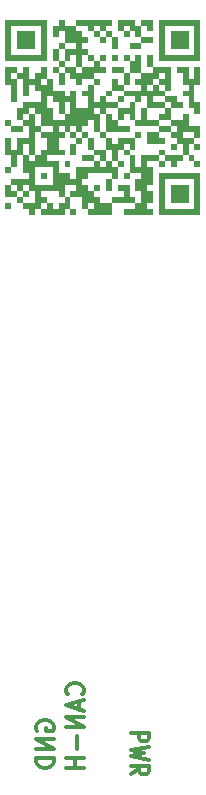
<source format=gbr>
G04 #@! TF.GenerationSoftware,KiCad,Pcbnew,(5.1.2)-1*
G04 #@! TF.CreationDate,2019-06-16T12:12:28+02:00*
G04 #@! TF.ProjectId,STM32CAN,53544d33-3243-4414-9e2e-6b696361645f,rev?*
G04 #@! TF.SameCoordinates,Original*
G04 #@! TF.FileFunction,Legend,Bot*
G04 #@! TF.FilePolarity,Positive*
%FSLAX46Y46*%
G04 Gerber Fmt 4.6, Leading zero omitted, Abs format (unit mm)*
G04 Created by KiCad (PCBNEW (5.1.2)-1) date 2019-06-16 12:12:28*
%MOMM*%
%LPD*%
G04 APERTURE LIST*
%ADD10C,0.300000*%
%ADD11C,0.100000*%
G04 APERTURE END LIST*
D10*
X41231428Y-83864666D02*
X42731428Y-83864666D01*
X42731428Y-84359904D01*
X42660000Y-84483714D01*
X42588571Y-84545619D01*
X42445714Y-84607523D01*
X42231428Y-84607523D01*
X42088571Y-84545619D01*
X42017142Y-84483714D01*
X41945714Y-84359904D01*
X41945714Y-83864666D01*
X42731428Y-85040857D02*
X41231428Y-85350380D01*
X42302857Y-85598000D01*
X41231428Y-85845619D01*
X42731428Y-86155142D01*
X41231428Y-87393238D02*
X41945714Y-86959904D01*
X41231428Y-86650380D02*
X42731428Y-86650380D01*
X42731428Y-87145619D01*
X42660000Y-87269428D01*
X42588571Y-87331333D01*
X42445714Y-87393238D01*
X42231428Y-87393238D01*
X42088571Y-87331333D01*
X42017142Y-87269428D01*
X41945714Y-87145619D01*
X41945714Y-86650380D01*
X37111714Y-80633428D02*
X37183142Y-80562000D01*
X37254571Y-80347714D01*
X37254571Y-80204857D01*
X37183142Y-79990571D01*
X37040285Y-79847714D01*
X36897428Y-79776285D01*
X36611714Y-79704857D01*
X36397428Y-79704857D01*
X36111714Y-79776285D01*
X35968857Y-79847714D01*
X35826000Y-79990571D01*
X35754571Y-80204857D01*
X35754571Y-80347714D01*
X35826000Y-80562000D01*
X35897428Y-80633428D01*
X36826000Y-81204857D02*
X36826000Y-81919142D01*
X37254571Y-81062000D02*
X35754571Y-81562000D01*
X37254571Y-82062000D01*
X37254571Y-82562000D02*
X35754571Y-82562000D01*
X37254571Y-83419142D01*
X35754571Y-83419142D01*
X36683142Y-84133428D02*
X36683142Y-85276285D01*
X37254571Y-85990571D02*
X35754571Y-85990571D01*
X36468857Y-85990571D02*
X36468857Y-86847714D01*
X37254571Y-86847714D02*
X35754571Y-86847714D01*
X33286000Y-83693142D02*
X33214571Y-83550285D01*
X33214571Y-83336000D01*
X33286000Y-83121714D01*
X33428857Y-82978857D01*
X33571714Y-82907428D01*
X33857428Y-82836000D01*
X34071714Y-82836000D01*
X34357428Y-82907428D01*
X34500285Y-82978857D01*
X34643142Y-83121714D01*
X34714571Y-83336000D01*
X34714571Y-83478857D01*
X34643142Y-83693142D01*
X34571714Y-83764571D01*
X34071714Y-83764571D01*
X34071714Y-83478857D01*
X34714571Y-84407428D02*
X33214571Y-84407428D01*
X34714571Y-85264571D01*
X33214571Y-85264571D01*
X34714571Y-85978857D02*
X33214571Y-85978857D01*
X33214571Y-86336000D01*
X33286000Y-86550285D01*
X33428857Y-86693142D01*
X33571714Y-86764571D01*
X33857428Y-86836000D01*
X34071714Y-86836000D01*
X34357428Y-86764571D01*
X34500285Y-86693142D01*
X34643142Y-86550285D01*
X34714571Y-86336000D01*
X34714571Y-85978857D01*
D11*
G36*
X46612000Y-24000000D02*
G01*
X46612000Y-23500000D01*
X47112000Y-23500000D01*
X47112000Y-24000000D01*
X46612000Y-24000000D01*
G37*
G36*
X46112000Y-24000000D02*
G01*
X46112000Y-23500000D01*
X46612000Y-23500000D01*
X46612000Y-24000000D01*
X46112000Y-24000000D01*
G37*
G36*
X45612000Y-24000000D02*
G01*
X45612000Y-23500000D01*
X46112000Y-23500000D01*
X46112000Y-24000000D01*
X45612000Y-24000000D01*
G37*
G36*
X45112000Y-24000000D02*
G01*
X45112000Y-23500000D01*
X45612000Y-23500000D01*
X45612000Y-24000000D01*
X45112000Y-24000000D01*
G37*
G36*
X44612000Y-24000000D02*
G01*
X44612000Y-23500000D01*
X45112000Y-23500000D01*
X45112000Y-24000000D01*
X44612000Y-24000000D01*
G37*
G36*
X44112000Y-24000000D02*
G01*
X44112000Y-23500000D01*
X44612000Y-23500000D01*
X44612000Y-24000000D01*
X44112000Y-24000000D01*
G37*
G36*
X43612000Y-24000000D02*
G01*
X43612000Y-23500000D01*
X44112000Y-23500000D01*
X44112000Y-24000000D01*
X43612000Y-24000000D01*
G37*
G36*
X42612000Y-24000000D02*
G01*
X42612000Y-23500000D01*
X43112000Y-23500000D01*
X43112000Y-24000000D01*
X42612000Y-24000000D01*
G37*
G36*
X42112000Y-24000000D02*
G01*
X42112000Y-23500000D01*
X42612000Y-23500000D01*
X42612000Y-24000000D01*
X42112000Y-24000000D01*
G37*
G36*
X41112000Y-24000000D02*
G01*
X41112000Y-23500000D01*
X41612000Y-23500000D01*
X41612000Y-24000000D01*
X41112000Y-24000000D01*
G37*
G36*
X40612000Y-24000000D02*
G01*
X40612000Y-23500000D01*
X41112000Y-23500000D01*
X41112000Y-24000000D01*
X40612000Y-24000000D01*
G37*
G36*
X40112000Y-24000000D02*
G01*
X40112000Y-23500000D01*
X40612000Y-23500000D01*
X40612000Y-24000000D01*
X40112000Y-24000000D01*
G37*
G36*
X39112000Y-24000000D02*
G01*
X39112000Y-23500000D01*
X39612000Y-23500000D01*
X39612000Y-24000000D01*
X39112000Y-24000000D01*
G37*
G36*
X38612000Y-24000000D02*
G01*
X38612000Y-23500000D01*
X39112000Y-23500000D01*
X39112000Y-24000000D01*
X38612000Y-24000000D01*
G37*
G36*
X38112000Y-24000000D02*
G01*
X38112000Y-23500000D01*
X38612000Y-23500000D01*
X38612000Y-24000000D01*
X38112000Y-24000000D01*
G37*
G36*
X37612000Y-24000000D02*
G01*
X37612000Y-23500000D01*
X38112000Y-23500000D01*
X38112000Y-24000000D01*
X37612000Y-24000000D01*
G37*
G36*
X37112000Y-24000000D02*
G01*
X37112000Y-23500000D01*
X37612000Y-23500000D01*
X37612000Y-24000000D01*
X37112000Y-24000000D01*
G37*
G36*
X36612000Y-24000000D02*
G01*
X36612000Y-23500000D01*
X37112000Y-23500000D01*
X37112000Y-24000000D01*
X36612000Y-24000000D01*
G37*
G36*
X35112000Y-24000000D02*
G01*
X35112000Y-23500000D01*
X35612000Y-23500000D01*
X35612000Y-24000000D01*
X35112000Y-24000000D01*
G37*
G36*
X33612000Y-24000000D02*
G01*
X33612000Y-23500000D01*
X34112000Y-23500000D01*
X34112000Y-24000000D01*
X33612000Y-24000000D01*
G37*
G36*
X33112000Y-24000000D02*
G01*
X33112000Y-23500000D01*
X33612000Y-23500000D01*
X33612000Y-24000000D01*
X33112000Y-24000000D01*
G37*
G36*
X32612000Y-24000000D02*
G01*
X32612000Y-23500000D01*
X33112000Y-23500000D01*
X33112000Y-24000000D01*
X32612000Y-24000000D01*
G37*
G36*
X32112000Y-24000000D02*
G01*
X32112000Y-23500000D01*
X32612000Y-23500000D01*
X32612000Y-24000000D01*
X32112000Y-24000000D01*
G37*
G36*
X31612000Y-24000000D02*
G01*
X31612000Y-23500000D01*
X32112000Y-23500000D01*
X32112000Y-24000000D01*
X31612000Y-24000000D01*
G37*
G36*
X31112000Y-24000000D02*
G01*
X31112000Y-23500000D01*
X31612000Y-23500000D01*
X31612000Y-24000000D01*
X31112000Y-24000000D01*
G37*
G36*
X30612000Y-24000000D02*
G01*
X30612000Y-23500000D01*
X31112000Y-23500000D01*
X31112000Y-24000000D01*
X30612000Y-24000000D01*
G37*
G36*
X46612000Y-24500000D02*
G01*
X46612000Y-24000000D01*
X47112000Y-24000000D01*
X47112000Y-24500000D01*
X46612000Y-24500000D01*
G37*
G36*
X43612000Y-24500000D02*
G01*
X43612000Y-24000000D01*
X44112000Y-24000000D01*
X44112000Y-24500000D01*
X43612000Y-24500000D01*
G37*
G36*
X42612000Y-24500000D02*
G01*
X42612000Y-24000000D01*
X43112000Y-24000000D01*
X43112000Y-24500000D01*
X42612000Y-24500000D01*
G37*
G36*
X41612000Y-24500000D02*
G01*
X41612000Y-24000000D01*
X42112000Y-24000000D01*
X42112000Y-24500000D01*
X41612000Y-24500000D01*
G37*
G36*
X41112000Y-24500000D02*
G01*
X41112000Y-24000000D01*
X41612000Y-24000000D01*
X41612000Y-24500000D01*
X41112000Y-24500000D01*
G37*
G36*
X40112000Y-24500000D02*
G01*
X40112000Y-24000000D01*
X40612000Y-24000000D01*
X40612000Y-24500000D01*
X40112000Y-24500000D01*
G37*
G36*
X38612000Y-24500000D02*
G01*
X38612000Y-24000000D01*
X39112000Y-24000000D01*
X39112000Y-24500000D01*
X38612000Y-24500000D01*
G37*
G36*
X37612000Y-24500000D02*
G01*
X37612000Y-24000000D01*
X38112000Y-24000000D01*
X38112000Y-24500000D01*
X37612000Y-24500000D01*
G37*
G36*
X36112000Y-24500000D02*
G01*
X36112000Y-24000000D01*
X36612000Y-24000000D01*
X36612000Y-24500000D01*
X36112000Y-24500000D01*
G37*
G36*
X35612000Y-24500000D02*
G01*
X35612000Y-24000000D01*
X36112000Y-24000000D01*
X36112000Y-24500000D01*
X35612000Y-24500000D01*
G37*
G36*
X35112000Y-24500000D02*
G01*
X35112000Y-24000000D01*
X35612000Y-24000000D01*
X35612000Y-24500000D01*
X35112000Y-24500000D01*
G37*
G36*
X34612000Y-24500000D02*
G01*
X34612000Y-24000000D01*
X35112000Y-24000000D01*
X35112000Y-24500000D01*
X34612000Y-24500000D01*
G37*
G36*
X33612000Y-24500000D02*
G01*
X33612000Y-24000000D01*
X34112000Y-24000000D01*
X34112000Y-24500000D01*
X33612000Y-24500000D01*
G37*
G36*
X30612000Y-24500000D02*
G01*
X30612000Y-24000000D01*
X31112000Y-24000000D01*
X31112000Y-24500000D01*
X30612000Y-24500000D01*
G37*
G36*
X46612000Y-25000000D02*
G01*
X46612000Y-24500000D01*
X47112000Y-24500000D01*
X47112000Y-25000000D01*
X46612000Y-25000000D01*
G37*
G36*
X45612000Y-25000000D02*
G01*
X45612000Y-24500000D01*
X46112000Y-24500000D01*
X46112000Y-25000000D01*
X45612000Y-25000000D01*
G37*
G36*
X45112000Y-25000000D02*
G01*
X45112000Y-24500000D01*
X45612000Y-24500000D01*
X45612000Y-25000000D01*
X45112000Y-25000000D01*
G37*
G36*
X44612000Y-25000000D02*
G01*
X44612000Y-24500000D01*
X45112000Y-24500000D01*
X45112000Y-25000000D01*
X44612000Y-25000000D01*
G37*
G36*
X43612000Y-25000000D02*
G01*
X43612000Y-24500000D01*
X44112000Y-24500000D01*
X44112000Y-25000000D01*
X43612000Y-25000000D01*
G37*
G36*
X41612000Y-25000000D02*
G01*
X41612000Y-24500000D01*
X42112000Y-24500000D01*
X42112000Y-25000000D01*
X41612000Y-25000000D01*
G37*
G36*
X40612000Y-25000000D02*
G01*
X40612000Y-24500000D01*
X41112000Y-24500000D01*
X41112000Y-25000000D01*
X40612000Y-25000000D01*
G37*
G36*
X39112000Y-25000000D02*
G01*
X39112000Y-24500000D01*
X39612000Y-24500000D01*
X39612000Y-25000000D01*
X39112000Y-25000000D01*
G37*
G36*
X38112000Y-25000000D02*
G01*
X38112000Y-24500000D01*
X38612000Y-24500000D01*
X38612000Y-25000000D01*
X38112000Y-25000000D01*
G37*
G36*
X36612000Y-25000000D02*
G01*
X36612000Y-24500000D01*
X37112000Y-24500000D01*
X37112000Y-25000000D01*
X36612000Y-25000000D01*
G37*
G36*
X36112000Y-25000000D02*
G01*
X36112000Y-24500000D01*
X36612000Y-24500000D01*
X36612000Y-25000000D01*
X36112000Y-25000000D01*
G37*
G36*
X35612000Y-25000000D02*
G01*
X35612000Y-24500000D01*
X36112000Y-24500000D01*
X36112000Y-25000000D01*
X35612000Y-25000000D01*
G37*
G36*
X34612000Y-25000000D02*
G01*
X34612000Y-24500000D01*
X35112000Y-24500000D01*
X35112000Y-25000000D01*
X34612000Y-25000000D01*
G37*
G36*
X33612000Y-25000000D02*
G01*
X33612000Y-24500000D01*
X34112000Y-24500000D01*
X34112000Y-25000000D01*
X33612000Y-25000000D01*
G37*
G36*
X32612000Y-25000000D02*
G01*
X32612000Y-24500000D01*
X33112000Y-24500000D01*
X33112000Y-25000000D01*
X32612000Y-25000000D01*
G37*
G36*
X32112000Y-25000000D02*
G01*
X32112000Y-24500000D01*
X32612000Y-24500000D01*
X32612000Y-25000000D01*
X32112000Y-25000000D01*
G37*
G36*
X31612000Y-25000000D02*
G01*
X31612000Y-24500000D01*
X32112000Y-24500000D01*
X32112000Y-25000000D01*
X31612000Y-25000000D01*
G37*
G36*
X30612000Y-25000000D02*
G01*
X30612000Y-24500000D01*
X31112000Y-24500000D01*
X31112000Y-25000000D01*
X30612000Y-25000000D01*
G37*
G36*
X46612000Y-25500000D02*
G01*
X46612000Y-25000000D01*
X47112000Y-25000000D01*
X47112000Y-25500000D01*
X46612000Y-25500000D01*
G37*
G36*
X45612000Y-25500000D02*
G01*
X45612000Y-25000000D01*
X46112000Y-25000000D01*
X46112000Y-25500000D01*
X45612000Y-25500000D01*
G37*
G36*
X45112000Y-25500000D02*
G01*
X45112000Y-25000000D01*
X45612000Y-25000000D01*
X45612000Y-25500000D01*
X45112000Y-25500000D01*
G37*
G36*
X44612000Y-25500000D02*
G01*
X44612000Y-25000000D01*
X45112000Y-25000000D01*
X45112000Y-25500000D01*
X44612000Y-25500000D01*
G37*
G36*
X43612000Y-25500000D02*
G01*
X43612000Y-25000000D01*
X44112000Y-25000000D01*
X44112000Y-25500000D01*
X43612000Y-25500000D01*
G37*
G36*
X42612000Y-25500000D02*
G01*
X42612000Y-25000000D01*
X43112000Y-25000000D01*
X43112000Y-25500000D01*
X42612000Y-25500000D01*
G37*
G36*
X42112000Y-25500000D02*
G01*
X42112000Y-25000000D01*
X42612000Y-25000000D01*
X42612000Y-25500000D01*
X42112000Y-25500000D01*
G37*
G36*
X39612000Y-25500000D02*
G01*
X39612000Y-25000000D01*
X40112000Y-25000000D01*
X40112000Y-25500000D01*
X39612000Y-25500000D01*
G37*
G36*
X38612000Y-25500000D02*
G01*
X38612000Y-25000000D01*
X39112000Y-25000000D01*
X39112000Y-25500000D01*
X38612000Y-25500000D01*
G37*
G36*
X37112000Y-25500000D02*
G01*
X37112000Y-25000000D01*
X37612000Y-25000000D01*
X37612000Y-25500000D01*
X37112000Y-25500000D01*
G37*
G36*
X36612000Y-25500000D02*
G01*
X36612000Y-25000000D01*
X37112000Y-25000000D01*
X37112000Y-25500000D01*
X36612000Y-25500000D01*
G37*
G36*
X36112000Y-25500000D02*
G01*
X36112000Y-25000000D01*
X36612000Y-25000000D01*
X36612000Y-25500000D01*
X36112000Y-25500000D01*
G37*
G36*
X35612000Y-25500000D02*
G01*
X35612000Y-25000000D01*
X36112000Y-25000000D01*
X36112000Y-25500000D01*
X35612000Y-25500000D01*
G37*
G36*
X33612000Y-25500000D02*
G01*
X33612000Y-25000000D01*
X34112000Y-25000000D01*
X34112000Y-25500000D01*
X33612000Y-25500000D01*
G37*
G36*
X32612000Y-25500000D02*
G01*
X32612000Y-25000000D01*
X33112000Y-25000000D01*
X33112000Y-25500000D01*
X32612000Y-25500000D01*
G37*
G36*
X32112000Y-25500000D02*
G01*
X32112000Y-25000000D01*
X32612000Y-25000000D01*
X32612000Y-25500000D01*
X32112000Y-25500000D01*
G37*
G36*
X31612000Y-25500000D02*
G01*
X31612000Y-25000000D01*
X32112000Y-25000000D01*
X32112000Y-25500000D01*
X31612000Y-25500000D01*
G37*
G36*
X30612000Y-25500000D02*
G01*
X30612000Y-25000000D01*
X31112000Y-25000000D01*
X31112000Y-25500000D01*
X30612000Y-25500000D01*
G37*
G36*
X46612000Y-26000000D02*
G01*
X46612000Y-25500000D01*
X47112000Y-25500000D01*
X47112000Y-26000000D01*
X46612000Y-26000000D01*
G37*
G36*
X45612000Y-26000000D02*
G01*
X45612000Y-25500000D01*
X46112000Y-25500000D01*
X46112000Y-26000000D01*
X45612000Y-26000000D01*
G37*
G36*
X45112000Y-26000000D02*
G01*
X45112000Y-25500000D01*
X45612000Y-25500000D01*
X45612000Y-26000000D01*
X45112000Y-26000000D01*
G37*
G36*
X44612000Y-26000000D02*
G01*
X44612000Y-25500000D01*
X45112000Y-25500000D01*
X45112000Y-26000000D01*
X44612000Y-26000000D01*
G37*
G36*
X43612000Y-26000000D02*
G01*
X43612000Y-25500000D01*
X44112000Y-25500000D01*
X44112000Y-26000000D01*
X43612000Y-26000000D01*
G37*
G36*
X41612000Y-26000000D02*
G01*
X41612000Y-25500000D01*
X42112000Y-25500000D01*
X42112000Y-26000000D01*
X41612000Y-26000000D01*
G37*
G36*
X41112000Y-26000000D02*
G01*
X41112000Y-25500000D01*
X41612000Y-25500000D01*
X41612000Y-26000000D01*
X41112000Y-26000000D01*
G37*
G36*
X39612000Y-26000000D02*
G01*
X39612000Y-25500000D01*
X40112000Y-25500000D01*
X40112000Y-26000000D01*
X39612000Y-26000000D01*
G37*
G36*
X36612000Y-26000000D02*
G01*
X36612000Y-25500000D01*
X37112000Y-25500000D01*
X37112000Y-26000000D01*
X36612000Y-26000000D01*
G37*
G36*
X35112000Y-26000000D02*
G01*
X35112000Y-25500000D01*
X35612000Y-25500000D01*
X35612000Y-26000000D01*
X35112000Y-26000000D01*
G37*
G36*
X33612000Y-26000000D02*
G01*
X33612000Y-25500000D01*
X34112000Y-25500000D01*
X34112000Y-26000000D01*
X33612000Y-26000000D01*
G37*
G36*
X32612000Y-26000000D02*
G01*
X32612000Y-25500000D01*
X33112000Y-25500000D01*
X33112000Y-26000000D01*
X32612000Y-26000000D01*
G37*
G36*
X32112000Y-26000000D02*
G01*
X32112000Y-25500000D01*
X32612000Y-25500000D01*
X32612000Y-26000000D01*
X32112000Y-26000000D01*
G37*
G36*
X31612000Y-26000000D02*
G01*
X31612000Y-25500000D01*
X32112000Y-25500000D01*
X32112000Y-26000000D01*
X31612000Y-26000000D01*
G37*
G36*
X30612000Y-26000000D02*
G01*
X30612000Y-25500000D01*
X31112000Y-25500000D01*
X31112000Y-26000000D01*
X30612000Y-26000000D01*
G37*
G36*
X46612000Y-26500000D02*
G01*
X46612000Y-26000000D01*
X47112000Y-26000000D01*
X47112000Y-26500000D01*
X46612000Y-26500000D01*
G37*
G36*
X43612000Y-26500000D02*
G01*
X43612000Y-26000000D01*
X44112000Y-26000000D01*
X44112000Y-26500000D01*
X43612000Y-26500000D01*
G37*
G36*
X37112000Y-26500000D02*
G01*
X37112000Y-26000000D01*
X37612000Y-26000000D01*
X37612000Y-26500000D01*
X37112000Y-26500000D01*
G37*
G36*
X36612000Y-26500000D02*
G01*
X36612000Y-26000000D01*
X37112000Y-26000000D01*
X37112000Y-26500000D01*
X36612000Y-26500000D01*
G37*
G36*
X36112000Y-26500000D02*
G01*
X36112000Y-26000000D01*
X36612000Y-26000000D01*
X36612000Y-26500000D01*
X36112000Y-26500000D01*
G37*
G36*
X35612000Y-26500000D02*
G01*
X35612000Y-26000000D01*
X36112000Y-26000000D01*
X36112000Y-26500000D01*
X35612000Y-26500000D01*
G37*
G36*
X34612000Y-26500000D02*
G01*
X34612000Y-26000000D01*
X35112000Y-26000000D01*
X35112000Y-26500000D01*
X34612000Y-26500000D01*
G37*
G36*
X33612000Y-26500000D02*
G01*
X33612000Y-26000000D01*
X34112000Y-26000000D01*
X34112000Y-26500000D01*
X33612000Y-26500000D01*
G37*
G36*
X30612000Y-26500000D02*
G01*
X30612000Y-26000000D01*
X31112000Y-26000000D01*
X31112000Y-26500000D01*
X30612000Y-26500000D01*
G37*
G36*
X46612000Y-27000000D02*
G01*
X46612000Y-26500000D01*
X47112000Y-26500000D01*
X47112000Y-27000000D01*
X46612000Y-27000000D01*
G37*
G36*
X46112000Y-27000000D02*
G01*
X46112000Y-26500000D01*
X46612000Y-26500000D01*
X46612000Y-27000000D01*
X46112000Y-27000000D01*
G37*
G36*
X45612000Y-27000000D02*
G01*
X45612000Y-26500000D01*
X46112000Y-26500000D01*
X46112000Y-27000000D01*
X45612000Y-27000000D01*
G37*
G36*
X45112000Y-27000000D02*
G01*
X45112000Y-26500000D01*
X45612000Y-26500000D01*
X45612000Y-27000000D01*
X45112000Y-27000000D01*
G37*
G36*
X44612000Y-27000000D02*
G01*
X44612000Y-26500000D01*
X45112000Y-26500000D01*
X45112000Y-27000000D01*
X44612000Y-27000000D01*
G37*
G36*
X44112000Y-27000000D02*
G01*
X44112000Y-26500000D01*
X44612000Y-26500000D01*
X44612000Y-27000000D01*
X44112000Y-27000000D01*
G37*
G36*
X43612000Y-27000000D02*
G01*
X43612000Y-26500000D01*
X44112000Y-26500000D01*
X44112000Y-27000000D01*
X43612000Y-27000000D01*
G37*
G36*
X42612000Y-27000000D02*
G01*
X42612000Y-26500000D01*
X43112000Y-26500000D01*
X43112000Y-27000000D01*
X42612000Y-27000000D01*
G37*
G36*
X41612000Y-27000000D02*
G01*
X41612000Y-26500000D01*
X42112000Y-26500000D01*
X42112000Y-27000000D01*
X41612000Y-27000000D01*
G37*
G36*
X40612000Y-27000000D02*
G01*
X40612000Y-26500000D01*
X41112000Y-26500000D01*
X41112000Y-27000000D01*
X40612000Y-27000000D01*
G37*
G36*
X39612000Y-27000000D02*
G01*
X39612000Y-26500000D01*
X40112000Y-26500000D01*
X40112000Y-27000000D01*
X39612000Y-27000000D01*
G37*
G36*
X38612000Y-27000000D02*
G01*
X38612000Y-26500000D01*
X39112000Y-26500000D01*
X39112000Y-27000000D01*
X38612000Y-27000000D01*
G37*
G36*
X37612000Y-27000000D02*
G01*
X37612000Y-26500000D01*
X38112000Y-26500000D01*
X38112000Y-27000000D01*
X37612000Y-27000000D01*
G37*
G36*
X36612000Y-27000000D02*
G01*
X36612000Y-26500000D01*
X37112000Y-26500000D01*
X37112000Y-27000000D01*
X36612000Y-27000000D01*
G37*
G36*
X35612000Y-27000000D02*
G01*
X35612000Y-26500000D01*
X36112000Y-26500000D01*
X36112000Y-27000000D01*
X35612000Y-27000000D01*
G37*
G36*
X34612000Y-27000000D02*
G01*
X34612000Y-26500000D01*
X35112000Y-26500000D01*
X35112000Y-27000000D01*
X34612000Y-27000000D01*
G37*
G36*
X33612000Y-27000000D02*
G01*
X33612000Y-26500000D01*
X34112000Y-26500000D01*
X34112000Y-27000000D01*
X33612000Y-27000000D01*
G37*
G36*
X33112000Y-27000000D02*
G01*
X33112000Y-26500000D01*
X33612000Y-26500000D01*
X33612000Y-27000000D01*
X33112000Y-27000000D01*
G37*
G36*
X32612000Y-27000000D02*
G01*
X32612000Y-26500000D01*
X33112000Y-26500000D01*
X33112000Y-27000000D01*
X32612000Y-27000000D01*
G37*
G36*
X32112000Y-27000000D02*
G01*
X32112000Y-26500000D01*
X32612000Y-26500000D01*
X32612000Y-27000000D01*
X32112000Y-27000000D01*
G37*
G36*
X31612000Y-27000000D02*
G01*
X31612000Y-26500000D01*
X32112000Y-26500000D01*
X32112000Y-27000000D01*
X31612000Y-27000000D01*
G37*
G36*
X31112000Y-27000000D02*
G01*
X31112000Y-26500000D01*
X31612000Y-26500000D01*
X31612000Y-27000000D01*
X31112000Y-27000000D01*
G37*
G36*
X30612000Y-27000000D02*
G01*
X30612000Y-26500000D01*
X31112000Y-26500000D01*
X31112000Y-27000000D01*
X30612000Y-27000000D01*
G37*
G36*
X42612000Y-27500000D02*
G01*
X42612000Y-27000000D01*
X43112000Y-27000000D01*
X43112000Y-27500000D01*
X42612000Y-27500000D01*
G37*
G36*
X41612000Y-27500000D02*
G01*
X41612000Y-27000000D01*
X42112000Y-27000000D01*
X42112000Y-27500000D01*
X41612000Y-27500000D01*
G37*
G36*
X41112000Y-27500000D02*
G01*
X41112000Y-27000000D01*
X41612000Y-27000000D01*
X41612000Y-27500000D01*
X41112000Y-27500000D01*
G37*
G36*
X38112000Y-27500000D02*
G01*
X38112000Y-27000000D01*
X38612000Y-27000000D01*
X38612000Y-27500000D01*
X38112000Y-27500000D01*
G37*
G36*
X36612000Y-27500000D02*
G01*
X36612000Y-27000000D01*
X37112000Y-27000000D01*
X37112000Y-27500000D01*
X36612000Y-27500000D01*
G37*
G36*
X35112000Y-27500000D02*
G01*
X35112000Y-27000000D01*
X35612000Y-27000000D01*
X35612000Y-27500000D01*
X35112000Y-27500000D01*
G37*
G36*
X46612000Y-28000000D02*
G01*
X46612000Y-27500000D01*
X47112000Y-27500000D01*
X47112000Y-28000000D01*
X46612000Y-28000000D01*
G37*
G36*
X45612000Y-28000000D02*
G01*
X45612000Y-27500000D01*
X46112000Y-27500000D01*
X46112000Y-28000000D01*
X45612000Y-28000000D01*
G37*
G36*
X45112000Y-28000000D02*
G01*
X45112000Y-27500000D01*
X45612000Y-27500000D01*
X45612000Y-28000000D01*
X45112000Y-28000000D01*
G37*
G36*
X44112000Y-28000000D02*
G01*
X44112000Y-27500000D01*
X44612000Y-27500000D01*
X44612000Y-28000000D01*
X44112000Y-28000000D01*
G37*
G36*
X43612000Y-28000000D02*
G01*
X43612000Y-27500000D01*
X44112000Y-27500000D01*
X44112000Y-28000000D01*
X43612000Y-28000000D01*
G37*
G36*
X43112000Y-28000000D02*
G01*
X43112000Y-27500000D01*
X43612000Y-27500000D01*
X43612000Y-28000000D01*
X43112000Y-28000000D01*
G37*
G36*
X41612000Y-28000000D02*
G01*
X41612000Y-27500000D01*
X42112000Y-27500000D01*
X42112000Y-28000000D01*
X41612000Y-28000000D01*
G37*
G36*
X41112000Y-28000000D02*
G01*
X41112000Y-27500000D01*
X41612000Y-27500000D01*
X41612000Y-28000000D01*
X41112000Y-28000000D01*
G37*
G36*
X40112000Y-28000000D02*
G01*
X40112000Y-27500000D01*
X40612000Y-27500000D01*
X40612000Y-28000000D01*
X40112000Y-28000000D01*
G37*
G36*
X39612000Y-28000000D02*
G01*
X39612000Y-27500000D01*
X40112000Y-27500000D01*
X40112000Y-28000000D01*
X39612000Y-28000000D01*
G37*
G36*
X38612000Y-28000000D02*
G01*
X38612000Y-27500000D01*
X39112000Y-27500000D01*
X39112000Y-28000000D01*
X38612000Y-28000000D01*
G37*
G36*
X38112000Y-28000000D02*
G01*
X38112000Y-27500000D01*
X38612000Y-27500000D01*
X38612000Y-28000000D01*
X38112000Y-28000000D01*
G37*
G36*
X37612000Y-28000000D02*
G01*
X37612000Y-27500000D01*
X38112000Y-27500000D01*
X38112000Y-28000000D01*
X37612000Y-28000000D01*
G37*
G36*
X37112000Y-28000000D02*
G01*
X37112000Y-27500000D01*
X37612000Y-27500000D01*
X37612000Y-28000000D01*
X37112000Y-28000000D01*
G37*
G36*
X36112000Y-28000000D02*
G01*
X36112000Y-27500000D01*
X36612000Y-27500000D01*
X36612000Y-28000000D01*
X36112000Y-28000000D01*
G37*
G36*
X35612000Y-28000000D02*
G01*
X35612000Y-27500000D01*
X36112000Y-27500000D01*
X36112000Y-28000000D01*
X35612000Y-28000000D01*
G37*
G36*
X34612000Y-28000000D02*
G01*
X34612000Y-27500000D01*
X35112000Y-27500000D01*
X35112000Y-28000000D01*
X34612000Y-28000000D01*
G37*
G36*
X33612000Y-28000000D02*
G01*
X33612000Y-27500000D01*
X34112000Y-27500000D01*
X34112000Y-28000000D01*
X33612000Y-28000000D01*
G37*
G36*
X32112000Y-28000000D02*
G01*
X32112000Y-27500000D01*
X32612000Y-27500000D01*
X32612000Y-28000000D01*
X32112000Y-28000000D01*
G37*
G36*
X31112000Y-28000000D02*
G01*
X31112000Y-27500000D01*
X31612000Y-27500000D01*
X31612000Y-28000000D01*
X31112000Y-28000000D01*
G37*
G36*
X30612000Y-28000000D02*
G01*
X30612000Y-27500000D01*
X31112000Y-27500000D01*
X31112000Y-28000000D01*
X30612000Y-28000000D01*
G37*
G36*
X46612000Y-28500000D02*
G01*
X46612000Y-28000000D01*
X47112000Y-28000000D01*
X47112000Y-28500000D01*
X46612000Y-28500000D01*
G37*
G36*
X45612000Y-28500000D02*
G01*
X45612000Y-28000000D01*
X46112000Y-28000000D01*
X46112000Y-28500000D01*
X45612000Y-28500000D01*
G37*
G36*
X44112000Y-28500000D02*
G01*
X44112000Y-28000000D01*
X44612000Y-28000000D01*
X44612000Y-28500000D01*
X44112000Y-28500000D01*
G37*
G36*
X43112000Y-28500000D02*
G01*
X43112000Y-28000000D01*
X43612000Y-28000000D01*
X43612000Y-28500000D01*
X43112000Y-28500000D01*
G37*
G36*
X42612000Y-28500000D02*
G01*
X42612000Y-28000000D01*
X43112000Y-28000000D01*
X43112000Y-28500000D01*
X42612000Y-28500000D01*
G37*
G36*
X42112000Y-28500000D02*
G01*
X42112000Y-28000000D01*
X42612000Y-28000000D01*
X42612000Y-28500000D01*
X42112000Y-28500000D01*
G37*
G36*
X40612000Y-28500000D02*
G01*
X40612000Y-28000000D01*
X41112000Y-28000000D01*
X41112000Y-28500000D01*
X40612000Y-28500000D01*
G37*
G36*
X37612000Y-28500000D02*
G01*
X37612000Y-28000000D01*
X38112000Y-28000000D01*
X38112000Y-28500000D01*
X37612000Y-28500000D01*
G37*
G36*
X37112000Y-28500000D02*
G01*
X37112000Y-28000000D01*
X37612000Y-28000000D01*
X37612000Y-28500000D01*
X37112000Y-28500000D01*
G37*
G36*
X36612000Y-28500000D02*
G01*
X36612000Y-28000000D01*
X37112000Y-28000000D01*
X37112000Y-28500000D01*
X36612000Y-28500000D01*
G37*
G36*
X36112000Y-28500000D02*
G01*
X36112000Y-28000000D01*
X36612000Y-28000000D01*
X36612000Y-28500000D01*
X36112000Y-28500000D01*
G37*
G36*
X35112000Y-28500000D02*
G01*
X35112000Y-28000000D01*
X35612000Y-28000000D01*
X35612000Y-28500000D01*
X35112000Y-28500000D01*
G37*
G36*
X33612000Y-28500000D02*
G01*
X33612000Y-28000000D01*
X34112000Y-28000000D01*
X34112000Y-28500000D01*
X33612000Y-28500000D01*
G37*
G36*
X33112000Y-28500000D02*
G01*
X33112000Y-28000000D01*
X33612000Y-28000000D01*
X33612000Y-28500000D01*
X33112000Y-28500000D01*
G37*
G36*
X32112000Y-28500000D02*
G01*
X32112000Y-28000000D01*
X32612000Y-28000000D01*
X32612000Y-28500000D01*
X32112000Y-28500000D01*
G37*
G36*
X31612000Y-28500000D02*
G01*
X31612000Y-28000000D01*
X32112000Y-28000000D01*
X32112000Y-28500000D01*
X31612000Y-28500000D01*
G37*
G36*
X30612000Y-28500000D02*
G01*
X30612000Y-28000000D01*
X31112000Y-28000000D01*
X31112000Y-28500000D01*
X30612000Y-28500000D01*
G37*
G36*
X46612000Y-29000000D02*
G01*
X46612000Y-28500000D01*
X47112000Y-28500000D01*
X47112000Y-29000000D01*
X46612000Y-29000000D01*
G37*
G36*
X46112000Y-29000000D02*
G01*
X46112000Y-28500000D01*
X46612000Y-28500000D01*
X46612000Y-29000000D01*
X46112000Y-29000000D01*
G37*
G36*
X45612000Y-29000000D02*
G01*
X45612000Y-28500000D01*
X46112000Y-28500000D01*
X46112000Y-29000000D01*
X45612000Y-29000000D01*
G37*
G36*
X44112000Y-29000000D02*
G01*
X44112000Y-28500000D01*
X44612000Y-28500000D01*
X44612000Y-29000000D01*
X44112000Y-29000000D01*
G37*
G36*
X43612000Y-29000000D02*
G01*
X43612000Y-28500000D01*
X44112000Y-28500000D01*
X44112000Y-29000000D01*
X43612000Y-29000000D01*
G37*
G36*
X42612000Y-29000000D02*
G01*
X42612000Y-28500000D01*
X43112000Y-28500000D01*
X43112000Y-29000000D01*
X42612000Y-29000000D01*
G37*
G36*
X42112000Y-29000000D02*
G01*
X42112000Y-28500000D01*
X42612000Y-28500000D01*
X42612000Y-29000000D01*
X42112000Y-29000000D01*
G37*
G36*
X41612000Y-29000000D02*
G01*
X41612000Y-28500000D01*
X42112000Y-28500000D01*
X42112000Y-29000000D01*
X41612000Y-29000000D01*
G37*
G36*
X40612000Y-29000000D02*
G01*
X40612000Y-28500000D01*
X41112000Y-28500000D01*
X41112000Y-29000000D01*
X40612000Y-29000000D01*
G37*
G36*
X39612000Y-29000000D02*
G01*
X39612000Y-28500000D01*
X40112000Y-28500000D01*
X40112000Y-29000000D01*
X39612000Y-29000000D01*
G37*
G36*
X38112000Y-29000000D02*
G01*
X38112000Y-28500000D01*
X38612000Y-28500000D01*
X38612000Y-29000000D01*
X38112000Y-29000000D01*
G37*
G36*
X36612000Y-29000000D02*
G01*
X36612000Y-28500000D01*
X37112000Y-28500000D01*
X37112000Y-29000000D01*
X36612000Y-29000000D01*
G37*
G36*
X35112000Y-29000000D02*
G01*
X35112000Y-28500000D01*
X35612000Y-28500000D01*
X35612000Y-29000000D01*
X35112000Y-29000000D01*
G37*
G36*
X34112000Y-29000000D02*
G01*
X34112000Y-28500000D01*
X34612000Y-28500000D01*
X34612000Y-29000000D01*
X34112000Y-29000000D01*
G37*
G36*
X33112000Y-29000000D02*
G01*
X33112000Y-28500000D01*
X33612000Y-28500000D01*
X33612000Y-29000000D01*
X33112000Y-29000000D01*
G37*
G36*
X32612000Y-29000000D02*
G01*
X32612000Y-28500000D01*
X33112000Y-28500000D01*
X33112000Y-29000000D01*
X32612000Y-29000000D01*
G37*
G36*
X32112000Y-29000000D02*
G01*
X32112000Y-28500000D01*
X32612000Y-28500000D01*
X32612000Y-29000000D01*
X32112000Y-29000000D01*
G37*
G36*
X31112000Y-29000000D02*
G01*
X31112000Y-28500000D01*
X31612000Y-28500000D01*
X31612000Y-29000000D01*
X31112000Y-29000000D01*
G37*
G36*
X30612000Y-29000000D02*
G01*
X30612000Y-28500000D01*
X31112000Y-28500000D01*
X31112000Y-29000000D01*
X30612000Y-29000000D01*
G37*
G36*
X46112000Y-29500000D02*
G01*
X46112000Y-29000000D01*
X46612000Y-29000000D01*
X46612000Y-29500000D01*
X46112000Y-29500000D01*
G37*
G36*
X44112000Y-29500000D02*
G01*
X44112000Y-29000000D01*
X44612000Y-29000000D01*
X44612000Y-29500000D01*
X44112000Y-29500000D01*
G37*
G36*
X43112000Y-29500000D02*
G01*
X43112000Y-29000000D01*
X43612000Y-29000000D01*
X43612000Y-29500000D01*
X43112000Y-29500000D01*
G37*
G36*
X42112000Y-29500000D02*
G01*
X42112000Y-29000000D01*
X42612000Y-29000000D01*
X42612000Y-29500000D01*
X42112000Y-29500000D01*
G37*
G36*
X40112000Y-29500000D02*
G01*
X40112000Y-29000000D01*
X40612000Y-29000000D01*
X40612000Y-29500000D01*
X40112000Y-29500000D01*
G37*
G36*
X39612000Y-29500000D02*
G01*
X39612000Y-29000000D01*
X40112000Y-29000000D01*
X40112000Y-29500000D01*
X39612000Y-29500000D01*
G37*
G36*
X37612000Y-29500000D02*
G01*
X37612000Y-29000000D01*
X38112000Y-29000000D01*
X38112000Y-29500000D01*
X37612000Y-29500000D01*
G37*
G36*
X34112000Y-29500000D02*
G01*
X34112000Y-29000000D01*
X34612000Y-29000000D01*
X34612000Y-29500000D01*
X34112000Y-29500000D01*
G37*
G36*
X33612000Y-29500000D02*
G01*
X33612000Y-29000000D01*
X34112000Y-29000000D01*
X34112000Y-29500000D01*
X33612000Y-29500000D01*
G37*
G36*
X33112000Y-29500000D02*
G01*
X33112000Y-29000000D01*
X33612000Y-29000000D01*
X33612000Y-29500000D01*
X33112000Y-29500000D01*
G37*
G36*
X32112000Y-29500000D02*
G01*
X32112000Y-29000000D01*
X32612000Y-29000000D01*
X32612000Y-29500000D01*
X32112000Y-29500000D01*
G37*
G36*
X31112000Y-29500000D02*
G01*
X31112000Y-29000000D01*
X31612000Y-29000000D01*
X31612000Y-29500000D01*
X31112000Y-29500000D01*
G37*
G36*
X46112000Y-30000000D02*
G01*
X46112000Y-29500000D01*
X46612000Y-29500000D01*
X46612000Y-30000000D01*
X46112000Y-30000000D01*
G37*
G36*
X45612000Y-30000000D02*
G01*
X45612000Y-29500000D01*
X46112000Y-29500000D01*
X46112000Y-30000000D01*
X45612000Y-30000000D01*
G37*
G36*
X43612000Y-30000000D02*
G01*
X43612000Y-29500000D01*
X44112000Y-29500000D01*
X44112000Y-30000000D01*
X43612000Y-30000000D01*
G37*
G36*
X43112000Y-30000000D02*
G01*
X43112000Y-29500000D01*
X43612000Y-29500000D01*
X43612000Y-30000000D01*
X43112000Y-30000000D01*
G37*
G36*
X42612000Y-30000000D02*
G01*
X42612000Y-29500000D01*
X43112000Y-29500000D01*
X43112000Y-30000000D01*
X42612000Y-30000000D01*
G37*
G36*
X42112000Y-30000000D02*
G01*
X42112000Y-29500000D01*
X42612000Y-29500000D01*
X42612000Y-30000000D01*
X42112000Y-30000000D01*
G37*
G36*
X41612000Y-30000000D02*
G01*
X41612000Y-29500000D01*
X42112000Y-29500000D01*
X42112000Y-30000000D01*
X41612000Y-30000000D01*
G37*
G36*
X41112000Y-30000000D02*
G01*
X41112000Y-29500000D01*
X41612000Y-29500000D01*
X41612000Y-30000000D01*
X41112000Y-30000000D01*
G37*
G36*
X40612000Y-30000000D02*
G01*
X40612000Y-29500000D01*
X41112000Y-29500000D01*
X41112000Y-30000000D01*
X40612000Y-30000000D01*
G37*
G36*
X39112000Y-30000000D02*
G01*
X39112000Y-29500000D01*
X39612000Y-29500000D01*
X39612000Y-30000000D01*
X39112000Y-30000000D01*
G37*
G36*
X37612000Y-30000000D02*
G01*
X37612000Y-29500000D01*
X38112000Y-29500000D01*
X38112000Y-30000000D01*
X37612000Y-30000000D01*
G37*
G36*
X37112000Y-30000000D02*
G01*
X37112000Y-29500000D01*
X37612000Y-29500000D01*
X37612000Y-30000000D01*
X37112000Y-30000000D01*
G37*
G36*
X36112000Y-30000000D02*
G01*
X36112000Y-29500000D01*
X36612000Y-29500000D01*
X36612000Y-30000000D01*
X36112000Y-30000000D01*
G37*
G36*
X35112000Y-30000000D02*
G01*
X35112000Y-29500000D01*
X35612000Y-29500000D01*
X35612000Y-30000000D01*
X35112000Y-30000000D01*
G37*
G36*
X34612000Y-30000000D02*
G01*
X34612000Y-29500000D01*
X35112000Y-29500000D01*
X35112000Y-30000000D01*
X34612000Y-30000000D01*
G37*
G36*
X34112000Y-30000000D02*
G01*
X34112000Y-29500000D01*
X34612000Y-29500000D01*
X34612000Y-30000000D01*
X34112000Y-30000000D01*
G37*
G36*
X33612000Y-30000000D02*
G01*
X33612000Y-29500000D01*
X34112000Y-29500000D01*
X34112000Y-30000000D01*
X33612000Y-30000000D01*
G37*
G36*
X32112000Y-30000000D02*
G01*
X32112000Y-29500000D01*
X32612000Y-29500000D01*
X32612000Y-30000000D01*
X32112000Y-30000000D01*
G37*
G36*
X31112000Y-30000000D02*
G01*
X31112000Y-29500000D01*
X31612000Y-29500000D01*
X31612000Y-30000000D01*
X31112000Y-30000000D01*
G37*
G36*
X46112000Y-30500000D02*
G01*
X46112000Y-30000000D01*
X46612000Y-30000000D01*
X46612000Y-30500000D01*
X46112000Y-30500000D01*
G37*
G36*
X44612000Y-30500000D02*
G01*
X44612000Y-30000000D01*
X45112000Y-30000000D01*
X45112000Y-30500000D01*
X44612000Y-30500000D01*
G37*
G36*
X44112000Y-30500000D02*
G01*
X44112000Y-30000000D01*
X44612000Y-30000000D01*
X44612000Y-30500000D01*
X44112000Y-30500000D01*
G37*
G36*
X42612000Y-30500000D02*
G01*
X42612000Y-30000000D01*
X43112000Y-30000000D01*
X43112000Y-30500000D01*
X42612000Y-30500000D01*
G37*
G36*
X41612000Y-30500000D02*
G01*
X41612000Y-30000000D01*
X42112000Y-30000000D01*
X42112000Y-30500000D01*
X41612000Y-30500000D01*
G37*
G36*
X40112000Y-30500000D02*
G01*
X40112000Y-30000000D01*
X40612000Y-30000000D01*
X40612000Y-30500000D01*
X40112000Y-30500000D01*
G37*
G36*
X38612000Y-30500000D02*
G01*
X38612000Y-30000000D01*
X39112000Y-30000000D01*
X39112000Y-30500000D01*
X38612000Y-30500000D01*
G37*
G36*
X37612000Y-30500000D02*
G01*
X37612000Y-30000000D01*
X38112000Y-30000000D01*
X38112000Y-30500000D01*
X37612000Y-30500000D01*
G37*
G36*
X36112000Y-30500000D02*
G01*
X36112000Y-30000000D01*
X36612000Y-30000000D01*
X36612000Y-30500000D01*
X36112000Y-30500000D01*
G37*
G36*
X35612000Y-30500000D02*
G01*
X35612000Y-30000000D01*
X36112000Y-30000000D01*
X36112000Y-30500000D01*
X35612000Y-30500000D01*
G37*
G36*
X35112000Y-30500000D02*
G01*
X35112000Y-30000000D01*
X35612000Y-30000000D01*
X35612000Y-30500000D01*
X35112000Y-30500000D01*
G37*
G36*
X34612000Y-30500000D02*
G01*
X34612000Y-30000000D01*
X35112000Y-30000000D01*
X35112000Y-30500000D01*
X34612000Y-30500000D01*
G37*
G36*
X33612000Y-30500000D02*
G01*
X33612000Y-30000000D01*
X34112000Y-30000000D01*
X34112000Y-30500000D01*
X33612000Y-30500000D01*
G37*
G36*
X31112000Y-30500000D02*
G01*
X31112000Y-30000000D01*
X31612000Y-30000000D01*
X31612000Y-30500000D01*
X31112000Y-30500000D01*
G37*
G36*
X46612000Y-31000000D02*
G01*
X46612000Y-30500000D01*
X47112000Y-30500000D01*
X47112000Y-31000000D01*
X46612000Y-31000000D01*
G37*
G36*
X46112000Y-31000000D02*
G01*
X46112000Y-30500000D01*
X46612000Y-30500000D01*
X46612000Y-31000000D01*
X46112000Y-31000000D01*
G37*
G36*
X45112000Y-31000000D02*
G01*
X45112000Y-30500000D01*
X45612000Y-30500000D01*
X45612000Y-31000000D01*
X45112000Y-31000000D01*
G37*
G36*
X44612000Y-31000000D02*
G01*
X44612000Y-30500000D01*
X45112000Y-30500000D01*
X45112000Y-31000000D01*
X44612000Y-31000000D01*
G37*
G36*
X43612000Y-31000000D02*
G01*
X43612000Y-30500000D01*
X44112000Y-30500000D01*
X44112000Y-31000000D01*
X43612000Y-31000000D01*
G37*
G36*
X43112000Y-31000000D02*
G01*
X43112000Y-30500000D01*
X43612000Y-30500000D01*
X43612000Y-31000000D01*
X43112000Y-31000000D01*
G37*
G36*
X42612000Y-31000000D02*
G01*
X42612000Y-30500000D01*
X43112000Y-30500000D01*
X43112000Y-31000000D01*
X42612000Y-31000000D01*
G37*
G36*
X41112000Y-31000000D02*
G01*
X41112000Y-30500000D01*
X41612000Y-30500000D01*
X41612000Y-31000000D01*
X41112000Y-31000000D01*
G37*
G36*
X39612000Y-31000000D02*
G01*
X39612000Y-30500000D01*
X40112000Y-30500000D01*
X40112000Y-31000000D01*
X39612000Y-31000000D01*
G37*
G36*
X39112000Y-31000000D02*
G01*
X39112000Y-30500000D01*
X39612000Y-30500000D01*
X39612000Y-31000000D01*
X39112000Y-31000000D01*
G37*
G36*
X38612000Y-31000000D02*
G01*
X38612000Y-30500000D01*
X39112000Y-30500000D01*
X39112000Y-31000000D01*
X38612000Y-31000000D01*
G37*
G36*
X38112000Y-31000000D02*
G01*
X38112000Y-30500000D01*
X38612000Y-30500000D01*
X38612000Y-31000000D01*
X38112000Y-31000000D01*
G37*
G36*
X37612000Y-31000000D02*
G01*
X37612000Y-30500000D01*
X38112000Y-30500000D01*
X38112000Y-31000000D01*
X37612000Y-31000000D01*
G37*
G36*
X36112000Y-31000000D02*
G01*
X36112000Y-30500000D01*
X36612000Y-30500000D01*
X36612000Y-31000000D01*
X36112000Y-31000000D01*
G37*
G36*
X35112000Y-31000000D02*
G01*
X35112000Y-30500000D01*
X35612000Y-30500000D01*
X35612000Y-31000000D01*
X35112000Y-31000000D01*
G37*
G36*
X33612000Y-31000000D02*
G01*
X33612000Y-30500000D01*
X34112000Y-30500000D01*
X34112000Y-31000000D01*
X33612000Y-31000000D01*
G37*
G36*
X33112000Y-31000000D02*
G01*
X33112000Y-30500000D01*
X33612000Y-30500000D01*
X33612000Y-31000000D01*
X33112000Y-31000000D01*
G37*
G36*
X32612000Y-31000000D02*
G01*
X32612000Y-30500000D01*
X33112000Y-30500000D01*
X33112000Y-31000000D01*
X32612000Y-31000000D01*
G37*
G36*
X32112000Y-31000000D02*
G01*
X32112000Y-30500000D01*
X32612000Y-30500000D01*
X32612000Y-31000000D01*
X32112000Y-31000000D01*
G37*
G36*
X46612000Y-31500000D02*
G01*
X46612000Y-31000000D01*
X47112000Y-31000000D01*
X47112000Y-31500000D01*
X46612000Y-31500000D01*
G37*
G36*
X44112000Y-31500000D02*
G01*
X44112000Y-31000000D01*
X44612000Y-31000000D01*
X44612000Y-31500000D01*
X44112000Y-31500000D01*
G37*
G36*
X42112000Y-31500000D02*
G01*
X42112000Y-31000000D01*
X42612000Y-31000000D01*
X42612000Y-31500000D01*
X42112000Y-31500000D01*
G37*
G36*
X41112000Y-31500000D02*
G01*
X41112000Y-31000000D01*
X41612000Y-31000000D01*
X41612000Y-31500000D01*
X41112000Y-31500000D01*
G37*
G36*
X40612000Y-31500000D02*
G01*
X40612000Y-31000000D01*
X41112000Y-31000000D01*
X41112000Y-31500000D01*
X40612000Y-31500000D01*
G37*
G36*
X40112000Y-31500000D02*
G01*
X40112000Y-31000000D01*
X40612000Y-31000000D01*
X40612000Y-31500000D01*
X40112000Y-31500000D01*
G37*
G36*
X38612000Y-31500000D02*
G01*
X38612000Y-31000000D01*
X39112000Y-31000000D01*
X39112000Y-31500000D01*
X38612000Y-31500000D01*
G37*
G36*
X37612000Y-31500000D02*
G01*
X37612000Y-31000000D01*
X38112000Y-31000000D01*
X38112000Y-31500000D01*
X37612000Y-31500000D01*
G37*
G36*
X37112000Y-31500000D02*
G01*
X37112000Y-31000000D01*
X37612000Y-31000000D01*
X37612000Y-31500000D01*
X37112000Y-31500000D01*
G37*
G36*
X36612000Y-31500000D02*
G01*
X36612000Y-31000000D01*
X37112000Y-31000000D01*
X37112000Y-31500000D01*
X36612000Y-31500000D01*
G37*
G36*
X36112000Y-31500000D02*
G01*
X36112000Y-31000000D01*
X36612000Y-31000000D01*
X36612000Y-31500000D01*
X36112000Y-31500000D01*
G37*
G36*
X35112000Y-31500000D02*
G01*
X35112000Y-31000000D01*
X35612000Y-31000000D01*
X35612000Y-31500000D01*
X35112000Y-31500000D01*
G37*
G36*
X34112000Y-31500000D02*
G01*
X34112000Y-31000000D01*
X34612000Y-31000000D01*
X34612000Y-31500000D01*
X34112000Y-31500000D01*
G37*
G36*
X33612000Y-31500000D02*
G01*
X33612000Y-31000000D01*
X34112000Y-31000000D01*
X34112000Y-31500000D01*
X33612000Y-31500000D01*
G37*
G36*
X33112000Y-31500000D02*
G01*
X33112000Y-31000000D01*
X33612000Y-31000000D01*
X33612000Y-31500000D01*
X33112000Y-31500000D01*
G37*
G36*
X32112000Y-31500000D02*
G01*
X32112000Y-31000000D01*
X32612000Y-31000000D01*
X32612000Y-31500000D01*
X32112000Y-31500000D01*
G37*
G36*
X31612000Y-31500000D02*
G01*
X31612000Y-31000000D01*
X32112000Y-31000000D01*
X32112000Y-31500000D01*
X31612000Y-31500000D01*
G37*
G36*
X45612000Y-32000000D02*
G01*
X45612000Y-31500000D01*
X46112000Y-31500000D01*
X46112000Y-32000000D01*
X45612000Y-32000000D01*
G37*
G36*
X44112000Y-32000000D02*
G01*
X44112000Y-31500000D01*
X44612000Y-31500000D01*
X44612000Y-32000000D01*
X44112000Y-32000000D01*
G37*
G36*
X43612000Y-32000000D02*
G01*
X43612000Y-31500000D01*
X44112000Y-31500000D01*
X44112000Y-32000000D01*
X43612000Y-32000000D01*
G37*
G36*
X42112000Y-32000000D02*
G01*
X42112000Y-31500000D01*
X42612000Y-31500000D01*
X42612000Y-32000000D01*
X42112000Y-32000000D01*
G37*
G36*
X41112000Y-32000000D02*
G01*
X41112000Y-31500000D01*
X41612000Y-31500000D01*
X41612000Y-32000000D01*
X41112000Y-32000000D01*
G37*
G36*
X40112000Y-32000000D02*
G01*
X40112000Y-31500000D01*
X40612000Y-31500000D01*
X40612000Y-32000000D01*
X40112000Y-32000000D01*
G37*
G36*
X39112000Y-32000000D02*
G01*
X39112000Y-31500000D01*
X39612000Y-31500000D01*
X39612000Y-32000000D01*
X39112000Y-32000000D01*
G37*
G36*
X38112000Y-32000000D02*
G01*
X38112000Y-31500000D01*
X38612000Y-31500000D01*
X38612000Y-32000000D01*
X38112000Y-32000000D01*
G37*
G36*
X37612000Y-32000000D02*
G01*
X37612000Y-31500000D01*
X38112000Y-31500000D01*
X38112000Y-32000000D01*
X37612000Y-32000000D01*
G37*
G36*
X37112000Y-32000000D02*
G01*
X37112000Y-31500000D01*
X37612000Y-31500000D01*
X37612000Y-32000000D01*
X37112000Y-32000000D01*
G37*
G36*
X36612000Y-32000000D02*
G01*
X36612000Y-31500000D01*
X37112000Y-31500000D01*
X37112000Y-32000000D01*
X36612000Y-32000000D01*
G37*
G36*
X36112000Y-32000000D02*
G01*
X36112000Y-31500000D01*
X36612000Y-31500000D01*
X36612000Y-32000000D01*
X36112000Y-32000000D01*
G37*
G36*
X35612000Y-32000000D02*
G01*
X35612000Y-31500000D01*
X36112000Y-31500000D01*
X36112000Y-32000000D01*
X35612000Y-32000000D01*
G37*
G36*
X34112000Y-32000000D02*
G01*
X34112000Y-31500000D01*
X34612000Y-31500000D01*
X34612000Y-32000000D01*
X34112000Y-32000000D01*
G37*
G36*
X33612000Y-32000000D02*
G01*
X33612000Y-31500000D01*
X34112000Y-31500000D01*
X34112000Y-32000000D01*
X33612000Y-32000000D01*
G37*
G36*
X32612000Y-32000000D02*
G01*
X32612000Y-31500000D01*
X33112000Y-31500000D01*
X33112000Y-32000000D01*
X32612000Y-32000000D01*
G37*
G36*
X31612000Y-32000000D02*
G01*
X31612000Y-31500000D01*
X32112000Y-31500000D01*
X32112000Y-32000000D01*
X31612000Y-32000000D01*
G37*
G36*
X45612000Y-32500000D02*
G01*
X45612000Y-32000000D01*
X46112000Y-32000000D01*
X46112000Y-32500000D01*
X45612000Y-32500000D01*
G37*
G36*
X45112000Y-32500000D02*
G01*
X45112000Y-32000000D01*
X45612000Y-32000000D01*
X45612000Y-32500000D01*
X45112000Y-32500000D01*
G37*
G36*
X44612000Y-32500000D02*
G01*
X44612000Y-32000000D01*
X45112000Y-32000000D01*
X45112000Y-32500000D01*
X44612000Y-32500000D01*
G37*
G36*
X43112000Y-32500000D02*
G01*
X43112000Y-32000000D01*
X43612000Y-32000000D01*
X43612000Y-32500000D01*
X43112000Y-32500000D01*
G37*
G36*
X42612000Y-32500000D02*
G01*
X42612000Y-32000000D01*
X43112000Y-32000000D01*
X43112000Y-32500000D01*
X42612000Y-32500000D01*
G37*
G36*
X42112000Y-32500000D02*
G01*
X42112000Y-32000000D01*
X42612000Y-32000000D01*
X42612000Y-32500000D01*
X42112000Y-32500000D01*
G37*
G36*
X41612000Y-32500000D02*
G01*
X41612000Y-32000000D01*
X42112000Y-32000000D01*
X42112000Y-32500000D01*
X41612000Y-32500000D01*
G37*
G36*
X39612000Y-32500000D02*
G01*
X39612000Y-32000000D01*
X40112000Y-32000000D01*
X40112000Y-32500000D01*
X39612000Y-32500000D01*
G37*
G36*
X39112000Y-32500000D02*
G01*
X39112000Y-32000000D01*
X39612000Y-32000000D01*
X39612000Y-32500000D01*
X39112000Y-32500000D01*
G37*
G36*
X38112000Y-32500000D02*
G01*
X38112000Y-32000000D01*
X38612000Y-32000000D01*
X38612000Y-32500000D01*
X38112000Y-32500000D01*
G37*
G36*
X37112000Y-32500000D02*
G01*
X37112000Y-32000000D01*
X37612000Y-32000000D01*
X37612000Y-32500000D01*
X37112000Y-32500000D01*
G37*
G36*
X36612000Y-32500000D02*
G01*
X36612000Y-32000000D01*
X37112000Y-32000000D01*
X37112000Y-32500000D01*
X36612000Y-32500000D01*
G37*
G36*
X36112000Y-32500000D02*
G01*
X36112000Y-32000000D01*
X36612000Y-32000000D01*
X36612000Y-32500000D01*
X36112000Y-32500000D01*
G37*
G36*
X35612000Y-32500000D02*
G01*
X35612000Y-32000000D01*
X36112000Y-32000000D01*
X36112000Y-32500000D01*
X35612000Y-32500000D01*
G37*
G36*
X35112000Y-32500000D02*
G01*
X35112000Y-32000000D01*
X35612000Y-32000000D01*
X35612000Y-32500000D01*
X35112000Y-32500000D01*
G37*
G36*
X34612000Y-32500000D02*
G01*
X34612000Y-32000000D01*
X35112000Y-32000000D01*
X35112000Y-32500000D01*
X34612000Y-32500000D01*
G37*
G36*
X34112000Y-32500000D02*
G01*
X34112000Y-32000000D01*
X34612000Y-32000000D01*
X34612000Y-32500000D01*
X34112000Y-32500000D01*
G37*
G36*
X33612000Y-32500000D02*
G01*
X33612000Y-32000000D01*
X34112000Y-32000000D01*
X34112000Y-32500000D01*
X33612000Y-32500000D01*
G37*
G36*
X32612000Y-32500000D02*
G01*
X32612000Y-32000000D01*
X33112000Y-32000000D01*
X33112000Y-32500000D01*
X32612000Y-32500000D01*
G37*
G36*
X32112000Y-32500000D02*
G01*
X32112000Y-32000000D01*
X32612000Y-32000000D01*
X32612000Y-32500000D01*
X32112000Y-32500000D01*
G37*
G36*
X30612000Y-32500000D02*
G01*
X30612000Y-32000000D01*
X31112000Y-32000000D01*
X31112000Y-32500000D01*
X30612000Y-32500000D01*
G37*
G36*
X46612000Y-33000000D02*
G01*
X46612000Y-32500000D01*
X47112000Y-32500000D01*
X47112000Y-33000000D01*
X46612000Y-33000000D01*
G37*
G36*
X46112000Y-33000000D02*
G01*
X46112000Y-32500000D01*
X46612000Y-32500000D01*
X46612000Y-33000000D01*
X46112000Y-33000000D01*
G37*
G36*
X45612000Y-33000000D02*
G01*
X45612000Y-32500000D01*
X46112000Y-32500000D01*
X46112000Y-33000000D01*
X45612000Y-33000000D01*
G37*
G36*
X45112000Y-33000000D02*
G01*
X45112000Y-32500000D01*
X45612000Y-32500000D01*
X45612000Y-33000000D01*
X45112000Y-33000000D01*
G37*
G36*
X44112000Y-33000000D02*
G01*
X44112000Y-32500000D01*
X44612000Y-32500000D01*
X44612000Y-33000000D01*
X44112000Y-33000000D01*
G37*
G36*
X43612000Y-33000000D02*
G01*
X43612000Y-32500000D01*
X44112000Y-32500000D01*
X44112000Y-33000000D01*
X43612000Y-33000000D01*
G37*
G36*
X40612000Y-33000000D02*
G01*
X40612000Y-32500000D01*
X41112000Y-32500000D01*
X41112000Y-33000000D01*
X40612000Y-33000000D01*
G37*
G36*
X40112000Y-33000000D02*
G01*
X40112000Y-32500000D01*
X40612000Y-32500000D01*
X40612000Y-33000000D01*
X40112000Y-33000000D01*
G37*
G36*
X39612000Y-33000000D02*
G01*
X39612000Y-32500000D01*
X40112000Y-32500000D01*
X40112000Y-33000000D01*
X39612000Y-33000000D01*
G37*
G36*
X39112000Y-33000000D02*
G01*
X39112000Y-32500000D01*
X39612000Y-32500000D01*
X39612000Y-33000000D01*
X39112000Y-33000000D01*
G37*
G36*
X38112000Y-33000000D02*
G01*
X38112000Y-32500000D01*
X38612000Y-32500000D01*
X38612000Y-33000000D01*
X38112000Y-33000000D01*
G37*
G36*
X36612000Y-33000000D02*
G01*
X36612000Y-32500000D01*
X37112000Y-32500000D01*
X37112000Y-33000000D01*
X36612000Y-33000000D01*
G37*
G36*
X35612000Y-33000000D02*
G01*
X35612000Y-32500000D01*
X36112000Y-32500000D01*
X36112000Y-33000000D01*
X35612000Y-33000000D01*
G37*
G36*
X34612000Y-33000000D02*
G01*
X34612000Y-32500000D01*
X35112000Y-32500000D01*
X35112000Y-33000000D01*
X34612000Y-33000000D01*
G37*
G36*
X33112000Y-33000000D02*
G01*
X33112000Y-32500000D01*
X33612000Y-32500000D01*
X33612000Y-33000000D01*
X33112000Y-33000000D01*
G37*
G36*
X32612000Y-33000000D02*
G01*
X32612000Y-32500000D01*
X33112000Y-32500000D01*
X33112000Y-33000000D01*
X32612000Y-33000000D01*
G37*
G36*
X31612000Y-33000000D02*
G01*
X31612000Y-32500000D01*
X32112000Y-32500000D01*
X32112000Y-33000000D01*
X31612000Y-33000000D01*
G37*
G36*
X31112000Y-33000000D02*
G01*
X31112000Y-32500000D01*
X31612000Y-32500000D01*
X31612000Y-33000000D01*
X31112000Y-33000000D01*
G37*
G36*
X46612000Y-33500000D02*
G01*
X46612000Y-33000000D01*
X47112000Y-33000000D01*
X47112000Y-33500000D01*
X46612000Y-33500000D01*
G37*
G36*
X45112000Y-33500000D02*
G01*
X45112000Y-33000000D01*
X45612000Y-33000000D01*
X45612000Y-33500000D01*
X45112000Y-33500000D01*
G37*
G36*
X44612000Y-33500000D02*
G01*
X44612000Y-33000000D01*
X45112000Y-33000000D01*
X45112000Y-33500000D01*
X44612000Y-33500000D01*
G37*
G36*
X43112000Y-33500000D02*
G01*
X43112000Y-33000000D01*
X43612000Y-33000000D01*
X43612000Y-33500000D01*
X43112000Y-33500000D01*
G37*
G36*
X42612000Y-33500000D02*
G01*
X42612000Y-33000000D01*
X43112000Y-33000000D01*
X43112000Y-33500000D01*
X42612000Y-33500000D01*
G37*
G36*
X41612000Y-33500000D02*
G01*
X41612000Y-33000000D01*
X42112000Y-33000000D01*
X42112000Y-33500000D01*
X41612000Y-33500000D01*
G37*
G36*
X38612000Y-33500000D02*
G01*
X38612000Y-33000000D01*
X39112000Y-33000000D01*
X39112000Y-33500000D01*
X38612000Y-33500000D01*
G37*
G36*
X37112000Y-33500000D02*
G01*
X37112000Y-33000000D01*
X37612000Y-33000000D01*
X37612000Y-33500000D01*
X37112000Y-33500000D01*
G37*
G36*
X36112000Y-33500000D02*
G01*
X36112000Y-33000000D01*
X36612000Y-33000000D01*
X36612000Y-33500000D01*
X36112000Y-33500000D01*
G37*
G36*
X35112000Y-33500000D02*
G01*
X35112000Y-33000000D01*
X35612000Y-33000000D01*
X35612000Y-33500000D01*
X35112000Y-33500000D01*
G37*
G36*
X34612000Y-33500000D02*
G01*
X34612000Y-33000000D01*
X35112000Y-33000000D01*
X35112000Y-33500000D01*
X34612000Y-33500000D01*
G37*
G36*
X34112000Y-33500000D02*
G01*
X34112000Y-33000000D01*
X34612000Y-33000000D01*
X34612000Y-33500000D01*
X34112000Y-33500000D01*
G37*
G36*
X33612000Y-33500000D02*
G01*
X33612000Y-33000000D01*
X34112000Y-33000000D01*
X34112000Y-33500000D01*
X33612000Y-33500000D01*
G37*
G36*
X32612000Y-33500000D02*
G01*
X32612000Y-33000000D01*
X33112000Y-33000000D01*
X33112000Y-33500000D01*
X32612000Y-33500000D01*
G37*
G36*
X46112000Y-34000000D02*
G01*
X46112000Y-33500000D01*
X46612000Y-33500000D01*
X46612000Y-34000000D01*
X46112000Y-34000000D01*
G37*
G36*
X45612000Y-34000000D02*
G01*
X45612000Y-33500000D01*
X46112000Y-33500000D01*
X46112000Y-34000000D01*
X45612000Y-34000000D01*
G37*
G36*
X45112000Y-34000000D02*
G01*
X45112000Y-33500000D01*
X45612000Y-33500000D01*
X45612000Y-34000000D01*
X45112000Y-34000000D01*
G37*
G36*
X43612000Y-34000000D02*
G01*
X43612000Y-33500000D01*
X44112000Y-33500000D01*
X44112000Y-34000000D01*
X43612000Y-34000000D01*
G37*
G36*
X43112000Y-34000000D02*
G01*
X43112000Y-33500000D01*
X43612000Y-33500000D01*
X43612000Y-34000000D01*
X43112000Y-34000000D01*
G37*
G36*
X42612000Y-34000000D02*
G01*
X42612000Y-33500000D01*
X43112000Y-33500000D01*
X43112000Y-34000000D01*
X42612000Y-34000000D01*
G37*
G36*
X41112000Y-34000000D02*
G01*
X41112000Y-33500000D01*
X41612000Y-33500000D01*
X41612000Y-34000000D01*
X41112000Y-34000000D01*
G37*
G36*
X40612000Y-34000000D02*
G01*
X40612000Y-33500000D01*
X41112000Y-33500000D01*
X41112000Y-34000000D01*
X40612000Y-34000000D01*
G37*
G36*
X40112000Y-34000000D02*
G01*
X40112000Y-33500000D01*
X40612000Y-33500000D01*
X40612000Y-34000000D01*
X40112000Y-34000000D01*
G37*
G36*
X39112000Y-34000000D02*
G01*
X39112000Y-33500000D01*
X39612000Y-33500000D01*
X39612000Y-34000000D01*
X39112000Y-34000000D01*
G37*
G36*
X37612000Y-34000000D02*
G01*
X37612000Y-33500000D01*
X38112000Y-33500000D01*
X38112000Y-34000000D01*
X37612000Y-34000000D01*
G37*
G36*
X36612000Y-34000000D02*
G01*
X36612000Y-33500000D01*
X37112000Y-33500000D01*
X37112000Y-34000000D01*
X36612000Y-34000000D01*
G37*
G36*
X34612000Y-34000000D02*
G01*
X34612000Y-33500000D01*
X35112000Y-33500000D01*
X35112000Y-34000000D01*
X34612000Y-34000000D01*
G37*
G36*
X34112000Y-34000000D02*
G01*
X34112000Y-33500000D01*
X34612000Y-33500000D01*
X34612000Y-34000000D01*
X34112000Y-34000000D01*
G37*
G36*
X32612000Y-34000000D02*
G01*
X32612000Y-33500000D01*
X33112000Y-33500000D01*
X33112000Y-34000000D01*
X32612000Y-34000000D01*
G37*
G36*
X32112000Y-34000000D02*
G01*
X32112000Y-33500000D01*
X32612000Y-33500000D01*
X32612000Y-34000000D01*
X32112000Y-34000000D01*
G37*
G36*
X31612000Y-34000000D02*
G01*
X31612000Y-33500000D01*
X32112000Y-33500000D01*
X32112000Y-34000000D01*
X31612000Y-34000000D01*
G37*
G36*
X30612000Y-34000000D02*
G01*
X30612000Y-33500000D01*
X31112000Y-33500000D01*
X31112000Y-34000000D01*
X30612000Y-34000000D01*
G37*
G36*
X46612000Y-34500000D02*
G01*
X46612000Y-34000000D01*
X47112000Y-34000000D01*
X47112000Y-34500000D01*
X46612000Y-34500000D01*
G37*
G36*
X45612000Y-34500000D02*
G01*
X45612000Y-34000000D01*
X46112000Y-34000000D01*
X46112000Y-34500000D01*
X45612000Y-34500000D01*
G37*
G36*
X44612000Y-34500000D02*
G01*
X44612000Y-34000000D01*
X45112000Y-34000000D01*
X45112000Y-34500000D01*
X44612000Y-34500000D01*
G37*
G36*
X41112000Y-34500000D02*
G01*
X41112000Y-34000000D01*
X41612000Y-34000000D01*
X41612000Y-34500000D01*
X41112000Y-34500000D01*
G37*
G36*
X40112000Y-34500000D02*
G01*
X40112000Y-34000000D01*
X40612000Y-34000000D01*
X40612000Y-34500000D01*
X40112000Y-34500000D01*
G37*
G36*
X39612000Y-34500000D02*
G01*
X39612000Y-34000000D01*
X40112000Y-34000000D01*
X40112000Y-34500000D01*
X39612000Y-34500000D01*
G37*
G36*
X39112000Y-34500000D02*
G01*
X39112000Y-34000000D01*
X39612000Y-34000000D01*
X39612000Y-34500000D01*
X39112000Y-34500000D01*
G37*
G36*
X37612000Y-34500000D02*
G01*
X37612000Y-34000000D01*
X38112000Y-34000000D01*
X38112000Y-34500000D01*
X37612000Y-34500000D01*
G37*
G36*
X36112000Y-34500000D02*
G01*
X36112000Y-34000000D01*
X36612000Y-34000000D01*
X36612000Y-34500000D01*
X36112000Y-34500000D01*
G37*
G36*
X34612000Y-34500000D02*
G01*
X34612000Y-34000000D01*
X35112000Y-34000000D01*
X35112000Y-34500000D01*
X34612000Y-34500000D01*
G37*
G36*
X34112000Y-34500000D02*
G01*
X34112000Y-34000000D01*
X34612000Y-34000000D01*
X34612000Y-34500000D01*
X34112000Y-34500000D01*
G37*
G36*
X32612000Y-34500000D02*
G01*
X32612000Y-34000000D01*
X33112000Y-34000000D01*
X33112000Y-34500000D01*
X32612000Y-34500000D01*
G37*
G36*
X31612000Y-34500000D02*
G01*
X31612000Y-34000000D01*
X32112000Y-34000000D01*
X32112000Y-34500000D01*
X31612000Y-34500000D01*
G37*
G36*
X30612000Y-34500000D02*
G01*
X30612000Y-34000000D01*
X31112000Y-34000000D01*
X31112000Y-34500000D01*
X30612000Y-34500000D01*
G37*
G36*
X45612000Y-35000000D02*
G01*
X45612000Y-34500000D01*
X46112000Y-34500000D01*
X46112000Y-35000000D01*
X45612000Y-35000000D01*
G37*
G36*
X43612000Y-35000000D02*
G01*
X43612000Y-34500000D01*
X44112000Y-34500000D01*
X44112000Y-35000000D01*
X43612000Y-35000000D01*
G37*
G36*
X40612000Y-35000000D02*
G01*
X40612000Y-34500000D01*
X41112000Y-34500000D01*
X41112000Y-35000000D01*
X40612000Y-35000000D01*
G37*
G36*
X39612000Y-35000000D02*
G01*
X39612000Y-34500000D01*
X40112000Y-34500000D01*
X40112000Y-35000000D01*
X39612000Y-35000000D01*
G37*
G36*
X38612000Y-35000000D02*
G01*
X38612000Y-34500000D01*
X39112000Y-34500000D01*
X39112000Y-35000000D01*
X38612000Y-35000000D01*
G37*
G36*
X38112000Y-35000000D02*
G01*
X38112000Y-34500000D01*
X38612000Y-34500000D01*
X38612000Y-35000000D01*
X38112000Y-35000000D01*
G37*
G36*
X36112000Y-35000000D02*
G01*
X36112000Y-34500000D01*
X36612000Y-34500000D01*
X36612000Y-35000000D01*
X36112000Y-35000000D01*
G37*
G36*
X35112000Y-35000000D02*
G01*
X35112000Y-34500000D01*
X35612000Y-34500000D01*
X35612000Y-35000000D01*
X35112000Y-35000000D01*
G37*
G36*
X34612000Y-35000000D02*
G01*
X34612000Y-34500000D01*
X35112000Y-34500000D01*
X35112000Y-35000000D01*
X34612000Y-35000000D01*
G37*
G36*
X34112000Y-35000000D02*
G01*
X34112000Y-34500000D01*
X34612000Y-34500000D01*
X34612000Y-35000000D01*
X34112000Y-35000000D01*
G37*
G36*
X33612000Y-35000000D02*
G01*
X33612000Y-34500000D01*
X34112000Y-34500000D01*
X34112000Y-35000000D01*
X33612000Y-35000000D01*
G37*
G36*
X32612000Y-35000000D02*
G01*
X32612000Y-34500000D01*
X33112000Y-34500000D01*
X33112000Y-35000000D01*
X32612000Y-35000000D01*
G37*
G36*
X31612000Y-35000000D02*
G01*
X31612000Y-34500000D01*
X32112000Y-34500000D01*
X32112000Y-35000000D01*
X31612000Y-35000000D01*
G37*
G36*
X31112000Y-35000000D02*
G01*
X31112000Y-34500000D01*
X31612000Y-34500000D01*
X31612000Y-35000000D01*
X31112000Y-35000000D01*
G37*
G36*
X30612000Y-35000000D02*
G01*
X30612000Y-34500000D01*
X31112000Y-34500000D01*
X31112000Y-35000000D01*
X30612000Y-35000000D01*
G37*
G36*
X46112000Y-35500000D02*
G01*
X46112000Y-35000000D01*
X46612000Y-35000000D01*
X46612000Y-35500000D01*
X46112000Y-35500000D01*
G37*
G36*
X45112000Y-35500000D02*
G01*
X45112000Y-35000000D01*
X45612000Y-35000000D01*
X45612000Y-35500000D01*
X45112000Y-35500000D01*
G37*
G36*
X44612000Y-35500000D02*
G01*
X44612000Y-35000000D01*
X45112000Y-35000000D01*
X45112000Y-35500000D01*
X44612000Y-35500000D01*
G37*
G36*
X44112000Y-35500000D02*
G01*
X44112000Y-35000000D01*
X44612000Y-35000000D01*
X44612000Y-35500000D01*
X44112000Y-35500000D01*
G37*
G36*
X43112000Y-35500000D02*
G01*
X43112000Y-35000000D01*
X43612000Y-35000000D01*
X43612000Y-35500000D01*
X43112000Y-35500000D01*
G37*
G36*
X42612000Y-35500000D02*
G01*
X42612000Y-35000000D01*
X43112000Y-35000000D01*
X43112000Y-35500000D01*
X42612000Y-35500000D01*
G37*
G36*
X42112000Y-35500000D02*
G01*
X42112000Y-35000000D01*
X42612000Y-35000000D01*
X42612000Y-35500000D01*
X42112000Y-35500000D01*
G37*
G36*
X41112000Y-35500000D02*
G01*
X41112000Y-35000000D01*
X41612000Y-35000000D01*
X41612000Y-35500000D01*
X41112000Y-35500000D01*
G37*
G36*
X39612000Y-35500000D02*
G01*
X39612000Y-35000000D01*
X40112000Y-35000000D01*
X40112000Y-35500000D01*
X39612000Y-35500000D01*
G37*
G36*
X38612000Y-35500000D02*
G01*
X38612000Y-35000000D01*
X39112000Y-35000000D01*
X39112000Y-35500000D01*
X38612000Y-35500000D01*
G37*
G36*
X37612000Y-35500000D02*
G01*
X37612000Y-35000000D01*
X38112000Y-35000000D01*
X38112000Y-35500000D01*
X37612000Y-35500000D01*
G37*
G36*
X37112000Y-35500000D02*
G01*
X37112000Y-35000000D01*
X37612000Y-35000000D01*
X37612000Y-35500000D01*
X37112000Y-35500000D01*
G37*
G36*
X33612000Y-35500000D02*
G01*
X33612000Y-35000000D01*
X34112000Y-35000000D01*
X34112000Y-35500000D01*
X33612000Y-35500000D01*
G37*
G36*
X33112000Y-35500000D02*
G01*
X33112000Y-35000000D01*
X33612000Y-35000000D01*
X33612000Y-35500000D01*
X33112000Y-35500000D01*
G37*
G36*
X32112000Y-35500000D02*
G01*
X32112000Y-35000000D01*
X32612000Y-35000000D01*
X32612000Y-35500000D01*
X32112000Y-35500000D01*
G37*
G36*
X31112000Y-35500000D02*
G01*
X31112000Y-35000000D01*
X31612000Y-35000000D01*
X31612000Y-35500000D01*
X31112000Y-35500000D01*
G37*
G36*
X46612000Y-36000000D02*
G01*
X46612000Y-35500000D01*
X47112000Y-35500000D01*
X47112000Y-36000000D01*
X46612000Y-36000000D01*
G37*
G36*
X44612000Y-36000000D02*
G01*
X44612000Y-35500000D01*
X45112000Y-35500000D01*
X45112000Y-36000000D01*
X44612000Y-36000000D01*
G37*
G36*
X43612000Y-36000000D02*
G01*
X43612000Y-35500000D01*
X44112000Y-35500000D01*
X44112000Y-36000000D01*
X43612000Y-36000000D01*
G37*
G36*
X42112000Y-36000000D02*
G01*
X42112000Y-35500000D01*
X42612000Y-35500000D01*
X42612000Y-36000000D01*
X42112000Y-36000000D01*
G37*
G36*
X41112000Y-36000000D02*
G01*
X41112000Y-35500000D01*
X41612000Y-35500000D01*
X41612000Y-36000000D01*
X41112000Y-36000000D01*
G37*
G36*
X40112000Y-36000000D02*
G01*
X40112000Y-35500000D01*
X40612000Y-35500000D01*
X40612000Y-36000000D01*
X40112000Y-36000000D01*
G37*
G36*
X39112000Y-36000000D02*
G01*
X39112000Y-35500000D01*
X39612000Y-35500000D01*
X39612000Y-36000000D01*
X39112000Y-36000000D01*
G37*
G36*
X38112000Y-36000000D02*
G01*
X38112000Y-35500000D01*
X38612000Y-35500000D01*
X38612000Y-36000000D01*
X38112000Y-36000000D01*
G37*
G36*
X35612000Y-36000000D02*
G01*
X35612000Y-35500000D01*
X36112000Y-35500000D01*
X36112000Y-36000000D01*
X35612000Y-36000000D01*
G37*
G36*
X34612000Y-36000000D02*
G01*
X34612000Y-35500000D01*
X35112000Y-35500000D01*
X35112000Y-36000000D01*
X34612000Y-36000000D01*
G37*
G36*
X34112000Y-36000000D02*
G01*
X34112000Y-35500000D01*
X34612000Y-35500000D01*
X34612000Y-36000000D01*
X34112000Y-36000000D01*
G37*
G36*
X33612000Y-36000000D02*
G01*
X33612000Y-35500000D01*
X34112000Y-35500000D01*
X34112000Y-36000000D01*
X33612000Y-36000000D01*
G37*
G36*
X33112000Y-36000000D02*
G01*
X33112000Y-35500000D01*
X33612000Y-35500000D01*
X33612000Y-36000000D01*
X33112000Y-36000000D01*
G37*
G36*
X32612000Y-36000000D02*
G01*
X32612000Y-35500000D01*
X33112000Y-35500000D01*
X33112000Y-36000000D01*
X32612000Y-36000000D01*
G37*
G36*
X32112000Y-36000000D02*
G01*
X32112000Y-35500000D01*
X32612000Y-35500000D01*
X32612000Y-36000000D01*
X32112000Y-36000000D01*
G37*
G36*
X31112000Y-36000000D02*
G01*
X31112000Y-35500000D01*
X31612000Y-35500000D01*
X31612000Y-36000000D01*
X31112000Y-36000000D01*
G37*
G36*
X42612000Y-36500000D02*
G01*
X42612000Y-36000000D01*
X43112000Y-36000000D01*
X43112000Y-36500000D01*
X42612000Y-36500000D01*
G37*
G36*
X42112000Y-36500000D02*
G01*
X42112000Y-36000000D01*
X42612000Y-36000000D01*
X42612000Y-36500000D01*
X42112000Y-36500000D01*
G37*
G36*
X41612000Y-36500000D02*
G01*
X41612000Y-36000000D01*
X42112000Y-36000000D01*
X42112000Y-36500000D01*
X41612000Y-36500000D01*
G37*
G36*
X41112000Y-36500000D02*
G01*
X41112000Y-36000000D01*
X41612000Y-36000000D01*
X41612000Y-36500000D01*
X41112000Y-36500000D01*
G37*
G36*
X39612000Y-36500000D02*
G01*
X39612000Y-36000000D01*
X40112000Y-36000000D01*
X40112000Y-36500000D01*
X39612000Y-36500000D01*
G37*
G36*
X39112000Y-36500000D02*
G01*
X39112000Y-36000000D01*
X39612000Y-36000000D01*
X39612000Y-36500000D01*
X39112000Y-36500000D01*
G37*
G36*
X38612000Y-36500000D02*
G01*
X38612000Y-36000000D01*
X39112000Y-36000000D01*
X39112000Y-36500000D01*
X38612000Y-36500000D01*
G37*
G36*
X38112000Y-36500000D02*
G01*
X38112000Y-36000000D01*
X38612000Y-36000000D01*
X38612000Y-36500000D01*
X38112000Y-36500000D01*
G37*
G36*
X37612000Y-36500000D02*
G01*
X37612000Y-36000000D01*
X38112000Y-36000000D01*
X38112000Y-36500000D01*
X37612000Y-36500000D01*
G37*
G36*
X37112000Y-36500000D02*
G01*
X37112000Y-36000000D01*
X37612000Y-36000000D01*
X37612000Y-36500000D01*
X37112000Y-36500000D01*
G37*
G36*
X36612000Y-36500000D02*
G01*
X36612000Y-36000000D01*
X37112000Y-36000000D01*
X37112000Y-36500000D01*
X36612000Y-36500000D01*
G37*
G36*
X34612000Y-36500000D02*
G01*
X34612000Y-36000000D01*
X35112000Y-36000000D01*
X35112000Y-36500000D01*
X34612000Y-36500000D01*
G37*
G36*
X32612000Y-36500000D02*
G01*
X32612000Y-36000000D01*
X33112000Y-36000000D01*
X33112000Y-36500000D01*
X32612000Y-36500000D01*
G37*
G36*
X32112000Y-36500000D02*
G01*
X32112000Y-36000000D01*
X32612000Y-36000000D01*
X32612000Y-36500000D01*
X32112000Y-36500000D01*
G37*
G36*
X30612000Y-36500000D02*
G01*
X30612000Y-36000000D01*
X31112000Y-36000000D01*
X31112000Y-36500000D01*
X30612000Y-36500000D01*
G37*
G36*
X46612000Y-37000000D02*
G01*
X46612000Y-36500000D01*
X47112000Y-36500000D01*
X47112000Y-37000000D01*
X46612000Y-37000000D01*
G37*
G36*
X46112000Y-37000000D02*
G01*
X46112000Y-36500000D01*
X46612000Y-36500000D01*
X46612000Y-37000000D01*
X46112000Y-37000000D01*
G37*
G36*
X45612000Y-37000000D02*
G01*
X45612000Y-36500000D01*
X46112000Y-36500000D01*
X46112000Y-37000000D01*
X45612000Y-37000000D01*
G37*
G36*
X45112000Y-37000000D02*
G01*
X45112000Y-36500000D01*
X45612000Y-36500000D01*
X45612000Y-37000000D01*
X45112000Y-37000000D01*
G37*
G36*
X44612000Y-37000000D02*
G01*
X44612000Y-36500000D01*
X45112000Y-36500000D01*
X45112000Y-37000000D01*
X44612000Y-37000000D01*
G37*
G36*
X44112000Y-37000000D02*
G01*
X44112000Y-36500000D01*
X44612000Y-36500000D01*
X44612000Y-37000000D01*
X44112000Y-37000000D01*
G37*
G36*
X43612000Y-37000000D02*
G01*
X43612000Y-36500000D01*
X44112000Y-36500000D01*
X44112000Y-37000000D01*
X43612000Y-37000000D01*
G37*
G36*
X42612000Y-37000000D02*
G01*
X42612000Y-36500000D01*
X43112000Y-36500000D01*
X43112000Y-37000000D01*
X42612000Y-37000000D01*
G37*
G36*
X42112000Y-37000000D02*
G01*
X42112000Y-36500000D01*
X42612000Y-36500000D01*
X42612000Y-37000000D01*
X42112000Y-37000000D01*
G37*
G36*
X40612000Y-37000000D02*
G01*
X40612000Y-36500000D01*
X41112000Y-36500000D01*
X41112000Y-37000000D01*
X40612000Y-37000000D01*
G37*
G36*
X39612000Y-37000000D02*
G01*
X39612000Y-36500000D01*
X40112000Y-36500000D01*
X40112000Y-37000000D01*
X39612000Y-37000000D01*
G37*
G36*
X37112000Y-37000000D02*
G01*
X37112000Y-36500000D01*
X37612000Y-36500000D01*
X37612000Y-37000000D01*
X37112000Y-37000000D01*
G37*
G36*
X36612000Y-37000000D02*
G01*
X36612000Y-36500000D01*
X37112000Y-36500000D01*
X37112000Y-37000000D01*
X36612000Y-37000000D01*
G37*
G36*
X35612000Y-37000000D02*
G01*
X35612000Y-36500000D01*
X36112000Y-36500000D01*
X36112000Y-37000000D01*
X35612000Y-37000000D01*
G37*
G36*
X35112000Y-37000000D02*
G01*
X35112000Y-36500000D01*
X35612000Y-36500000D01*
X35612000Y-37000000D01*
X35112000Y-37000000D01*
G37*
G36*
X34612000Y-37000000D02*
G01*
X34612000Y-36500000D01*
X35112000Y-36500000D01*
X35112000Y-37000000D01*
X34612000Y-37000000D01*
G37*
G36*
X33612000Y-37000000D02*
G01*
X33612000Y-36500000D01*
X34112000Y-36500000D01*
X34112000Y-37000000D01*
X33612000Y-37000000D01*
G37*
G36*
X32612000Y-37000000D02*
G01*
X32612000Y-36500000D01*
X33112000Y-36500000D01*
X33112000Y-37000000D01*
X32612000Y-37000000D01*
G37*
G36*
X46612000Y-37500000D02*
G01*
X46612000Y-37000000D01*
X47112000Y-37000000D01*
X47112000Y-37500000D01*
X46612000Y-37500000D01*
G37*
G36*
X43612000Y-37500000D02*
G01*
X43612000Y-37000000D01*
X44112000Y-37000000D01*
X44112000Y-37500000D01*
X43612000Y-37500000D01*
G37*
G36*
X42612000Y-37500000D02*
G01*
X42612000Y-37000000D01*
X43112000Y-37000000D01*
X43112000Y-37500000D01*
X42612000Y-37500000D01*
G37*
G36*
X42112000Y-37500000D02*
G01*
X42112000Y-37000000D01*
X42612000Y-37000000D01*
X42612000Y-37500000D01*
X42112000Y-37500000D01*
G37*
G36*
X41612000Y-37500000D02*
G01*
X41612000Y-37000000D01*
X42112000Y-37000000D01*
X42112000Y-37500000D01*
X41612000Y-37500000D01*
G37*
G36*
X39112000Y-37500000D02*
G01*
X39112000Y-37000000D01*
X39612000Y-37000000D01*
X39612000Y-37500000D01*
X39112000Y-37500000D01*
G37*
G36*
X36612000Y-37500000D02*
G01*
X36612000Y-37000000D01*
X37112000Y-37000000D01*
X37112000Y-37500000D01*
X36612000Y-37500000D01*
G37*
G36*
X36112000Y-37500000D02*
G01*
X36112000Y-37000000D01*
X36612000Y-37000000D01*
X36612000Y-37500000D01*
X36112000Y-37500000D01*
G37*
G36*
X35612000Y-37500000D02*
G01*
X35612000Y-37000000D01*
X36112000Y-37000000D01*
X36112000Y-37500000D01*
X35612000Y-37500000D01*
G37*
G36*
X35112000Y-37500000D02*
G01*
X35112000Y-37000000D01*
X35612000Y-37000000D01*
X35612000Y-37500000D01*
X35112000Y-37500000D01*
G37*
G36*
X34612000Y-37500000D02*
G01*
X34612000Y-37000000D01*
X35112000Y-37000000D01*
X35112000Y-37500000D01*
X34612000Y-37500000D01*
G37*
G36*
X32612000Y-37500000D02*
G01*
X32612000Y-37000000D01*
X33112000Y-37000000D01*
X33112000Y-37500000D01*
X32612000Y-37500000D01*
G37*
G36*
X32112000Y-37500000D02*
G01*
X32112000Y-37000000D01*
X32612000Y-37000000D01*
X32612000Y-37500000D01*
X32112000Y-37500000D01*
G37*
G36*
X31612000Y-37500000D02*
G01*
X31612000Y-37000000D01*
X32112000Y-37000000D01*
X32112000Y-37500000D01*
X31612000Y-37500000D01*
G37*
G36*
X31112000Y-37500000D02*
G01*
X31112000Y-37000000D01*
X31612000Y-37000000D01*
X31612000Y-37500000D01*
X31112000Y-37500000D01*
G37*
G36*
X46612000Y-38000000D02*
G01*
X46612000Y-37500000D01*
X47112000Y-37500000D01*
X47112000Y-38000000D01*
X46612000Y-38000000D01*
G37*
G36*
X45612000Y-38000000D02*
G01*
X45612000Y-37500000D01*
X46112000Y-37500000D01*
X46112000Y-38000000D01*
X45612000Y-38000000D01*
G37*
G36*
X45112000Y-38000000D02*
G01*
X45112000Y-37500000D01*
X45612000Y-37500000D01*
X45612000Y-38000000D01*
X45112000Y-38000000D01*
G37*
G36*
X44612000Y-38000000D02*
G01*
X44612000Y-37500000D01*
X45112000Y-37500000D01*
X45112000Y-38000000D01*
X44612000Y-38000000D01*
G37*
G36*
X43612000Y-38000000D02*
G01*
X43612000Y-37500000D01*
X44112000Y-37500000D01*
X44112000Y-38000000D01*
X43612000Y-38000000D01*
G37*
G36*
X42112000Y-38000000D02*
G01*
X42112000Y-37500000D01*
X42612000Y-37500000D01*
X42612000Y-38000000D01*
X42112000Y-38000000D01*
G37*
G36*
X41612000Y-38000000D02*
G01*
X41612000Y-37500000D01*
X42112000Y-37500000D01*
X42112000Y-38000000D01*
X41612000Y-38000000D01*
G37*
G36*
X40612000Y-38000000D02*
G01*
X40612000Y-37500000D01*
X41112000Y-37500000D01*
X41112000Y-38000000D01*
X40612000Y-38000000D01*
G37*
G36*
X40112000Y-38000000D02*
G01*
X40112000Y-37500000D01*
X40612000Y-37500000D01*
X40612000Y-38000000D01*
X40112000Y-38000000D01*
G37*
G36*
X39112000Y-38000000D02*
G01*
X39112000Y-37500000D01*
X39612000Y-37500000D01*
X39612000Y-38000000D01*
X39112000Y-38000000D01*
G37*
G36*
X38112000Y-38000000D02*
G01*
X38112000Y-37500000D01*
X38612000Y-37500000D01*
X38612000Y-38000000D01*
X38112000Y-38000000D01*
G37*
G36*
X37112000Y-38000000D02*
G01*
X37112000Y-37500000D01*
X37612000Y-37500000D01*
X37612000Y-38000000D01*
X37112000Y-38000000D01*
G37*
G36*
X36612000Y-38000000D02*
G01*
X36612000Y-37500000D01*
X37112000Y-37500000D01*
X37112000Y-38000000D01*
X36612000Y-38000000D01*
G37*
G36*
X35112000Y-38000000D02*
G01*
X35112000Y-37500000D01*
X35612000Y-37500000D01*
X35612000Y-38000000D01*
X35112000Y-38000000D01*
G37*
G36*
X34612000Y-38000000D02*
G01*
X34612000Y-37500000D01*
X35112000Y-37500000D01*
X35112000Y-38000000D01*
X34612000Y-38000000D01*
G37*
G36*
X34112000Y-38000000D02*
G01*
X34112000Y-37500000D01*
X34612000Y-37500000D01*
X34612000Y-38000000D01*
X34112000Y-38000000D01*
G37*
G36*
X33612000Y-38000000D02*
G01*
X33612000Y-37500000D01*
X34112000Y-37500000D01*
X34112000Y-38000000D01*
X33612000Y-38000000D01*
G37*
G36*
X33112000Y-38000000D02*
G01*
X33112000Y-37500000D01*
X33612000Y-37500000D01*
X33612000Y-38000000D01*
X33112000Y-38000000D01*
G37*
G36*
X32612000Y-38000000D02*
G01*
X32612000Y-37500000D01*
X33112000Y-37500000D01*
X33112000Y-38000000D01*
X32612000Y-38000000D01*
G37*
G36*
X31612000Y-38000000D02*
G01*
X31612000Y-37500000D01*
X32112000Y-37500000D01*
X32112000Y-38000000D01*
X31612000Y-38000000D01*
G37*
G36*
X30612000Y-38000000D02*
G01*
X30612000Y-37500000D01*
X31112000Y-37500000D01*
X31112000Y-38000000D01*
X30612000Y-38000000D01*
G37*
G36*
X46612000Y-38500000D02*
G01*
X46612000Y-38000000D01*
X47112000Y-38000000D01*
X47112000Y-38500000D01*
X46612000Y-38500000D01*
G37*
G36*
X45612000Y-38500000D02*
G01*
X45612000Y-38000000D01*
X46112000Y-38000000D01*
X46112000Y-38500000D01*
X45612000Y-38500000D01*
G37*
G36*
X45112000Y-38500000D02*
G01*
X45112000Y-38000000D01*
X45612000Y-38000000D01*
X45612000Y-38500000D01*
X45112000Y-38500000D01*
G37*
G36*
X44612000Y-38500000D02*
G01*
X44612000Y-38000000D01*
X45112000Y-38000000D01*
X45112000Y-38500000D01*
X44612000Y-38500000D01*
G37*
G36*
X43612000Y-38500000D02*
G01*
X43612000Y-38000000D01*
X44112000Y-38000000D01*
X44112000Y-38500000D01*
X43612000Y-38500000D01*
G37*
G36*
X42612000Y-38500000D02*
G01*
X42612000Y-38000000D01*
X43112000Y-38000000D01*
X43112000Y-38500000D01*
X42612000Y-38500000D01*
G37*
G36*
X42112000Y-38500000D02*
G01*
X42112000Y-38000000D01*
X42612000Y-38000000D01*
X42612000Y-38500000D01*
X42112000Y-38500000D01*
G37*
G36*
X40612000Y-38500000D02*
G01*
X40612000Y-38000000D01*
X41112000Y-38000000D01*
X41112000Y-38500000D01*
X40612000Y-38500000D01*
G37*
G36*
X37612000Y-38500000D02*
G01*
X37612000Y-38000000D01*
X38112000Y-38000000D01*
X38112000Y-38500000D01*
X37612000Y-38500000D01*
G37*
G36*
X37112000Y-38500000D02*
G01*
X37112000Y-38000000D01*
X37612000Y-38000000D01*
X37612000Y-38500000D01*
X37112000Y-38500000D01*
G37*
G36*
X36612000Y-38500000D02*
G01*
X36612000Y-38000000D01*
X37112000Y-38000000D01*
X37112000Y-38500000D01*
X36612000Y-38500000D01*
G37*
G36*
X36112000Y-38500000D02*
G01*
X36112000Y-38000000D01*
X36612000Y-38000000D01*
X36612000Y-38500000D01*
X36112000Y-38500000D01*
G37*
G36*
X35112000Y-38500000D02*
G01*
X35112000Y-38000000D01*
X35612000Y-38000000D01*
X35612000Y-38500000D01*
X35112000Y-38500000D01*
G37*
G36*
X33112000Y-38500000D02*
G01*
X33112000Y-38000000D01*
X33612000Y-38000000D01*
X33612000Y-38500000D01*
X33112000Y-38500000D01*
G37*
G36*
X32112000Y-38500000D02*
G01*
X32112000Y-38000000D01*
X32612000Y-38000000D01*
X32612000Y-38500000D01*
X32112000Y-38500000D01*
G37*
G36*
X31112000Y-38500000D02*
G01*
X31112000Y-38000000D01*
X31612000Y-38000000D01*
X31612000Y-38500000D01*
X31112000Y-38500000D01*
G37*
G36*
X30612000Y-38500000D02*
G01*
X30612000Y-38000000D01*
X31112000Y-38000000D01*
X31112000Y-38500000D01*
X30612000Y-38500000D01*
G37*
G36*
X46612000Y-39000000D02*
G01*
X46612000Y-38500000D01*
X47112000Y-38500000D01*
X47112000Y-39000000D01*
X46612000Y-39000000D01*
G37*
G36*
X45612000Y-39000000D02*
G01*
X45612000Y-38500000D01*
X46112000Y-38500000D01*
X46112000Y-39000000D01*
X45612000Y-39000000D01*
G37*
G36*
X45112000Y-39000000D02*
G01*
X45112000Y-38500000D01*
X45612000Y-38500000D01*
X45612000Y-39000000D01*
X45112000Y-39000000D01*
G37*
G36*
X44612000Y-39000000D02*
G01*
X44612000Y-38500000D01*
X45112000Y-38500000D01*
X45112000Y-39000000D01*
X44612000Y-39000000D01*
G37*
G36*
X43612000Y-39000000D02*
G01*
X43612000Y-38500000D01*
X44112000Y-38500000D01*
X44112000Y-39000000D01*
X43612000Y-39000000D01*
G37*
G36*
X42612000Y-39000000D02*
G01*
X42612000Y-38500000D01*
X43112000Y-38500000D01*
X43112000Y-39000000D01*
X42612000Y-39000000D01*
G37*
G36*
X42112000Y-39000000D02*
G01*
X42112000Y-38500000D01*
X42612000Y-38500000D01*
X42612000Y-39000000D01*
X42112000Y-39000000D01*
G37*
G36*
X41112000Y-39000000D02*
G01*
X41112000Y-38500000D01*
X41612000Y-38500000D01*
X41612000Y-39000000D01*
X41112000Y-39000000D01*
G37*
G36*
X40612000Y-39000000D02*
G01*
X40612000Y-38500000D01*
X41112000Y-38500000D01*
X41112000Y-39000000D01*
X40612000Y-39000000D01*
G37*
G36*
X40112000Y-39000000D02*
G01*
X40112000Y-38500000D01*
X40612000Y-38500000D01*
X40612000Y-39000000D01*
X40112000Y-39000000D01*
G37*
G36*
X39612000Y-39000000D02*
G01*
X39612000Y-38500000D01*
X40112000Y-38500000D01*
X40112000Y-39000000D01*
X39612000Y-39000000D01*
G37*
G36*
X38112000Y-39000000D02*
G01*
X38112000Y-38500000D01*
X38612000Y-38500000D01*
X38612000Y-39000000D01*
X38112000Y-39000000D01*
G37*
G36*
X37612000Y-39000000D02*
G01*
X37612000Y-38500000D01*
X38112000Y-38500000D01*
X38112000Y-39000000D01*
X37612000Y-39000000D01*
G37*
G36*
X37112000Y-39000000D02*
G01*
X37112000Y-38500000D01*
X37612000Y-38500000D01*
X37612000Y-39000000D01*
X37112000Y-39000000D01*
G37*
G36*
X35612000Y-39000000D02*
G01*
X35612000Y-38500000D01*
X36112000Y-38500000D01*
X36112000Y-39000000D01*
X35612000Y-39000000D01*
G37*
G36*
X33612000Y-39000000D02*
G01*
X33612000Y-38500000D01*
X34112000Y-38500000D01*
X34112000Y-39000000D01*
X33612000Y-39000000D01*
G37*
G36*
X33112000Y-39000000D02*
G01*
X33112000Y-38500000D01*
X33612000Y-38500000D01*
X33612000Y-39000000D01*
X33112000Y-39000000D01*
G37*
G36*
X31612000Y-39000000D02*
G01*
X31612000Y-38500000D01*
X32112000Y-38500000D01*
X32112000Y-39000000D01*
X31612000Y-39000000D01*
G37*
G36*
X46612000Y-39500000D02*
G01*
X46612000Y-39000000D01*
X47112000Y-39000000D01*
X47112000Y-39500000D01*
X46612000Y-39500000D01*
G37*
G36*
X43612000Y-39500000D02*
G01*
X43612000Y-39000000D01*
X44112000Y-39000000D01*
X44112000Y-39500000D01*
X43612000Y-39500000D01*
G37*
G36*
X42112000Y-39500000D02*
G01*
X42112000Y-39000000D01*
X42612000Y-39000000D01*
X42612000Y-39500000D01*
X42112000Y-39500000D01*
G37*
G36*
X41612000Y-39500000D02*
G01*
X41612000Y-39000000D01*
X42112000Y-39000000D01*
X42112000Y-39500000D01*
X41612000Y-39500000D01*
G37*
G36*
X39112000Y-39500000D02*
G01*
X39112000Y-39000000D01*
X39612000Y-39000000D01*
X39612000Y-39500000D01*
X39112000Y-39500000D01*
G37*
G36*
X38612000Y-39500000D02*
G01*
X38612000Y-39000000D01*
X39112000Y-39000000D01*
X39112000Y-39500000D01*
X38612000Y-39500000D01*
G37*
G36*
X38112000Y-39500000D02*
G01*
X38112000Y-39000000D01*
X38612000Y-39000000D01*
X38612000Y-39500000D01*
X38112000Y-39500000D01*
G37*
G36*
X37112000Y-39500000D02*
G01*
X37112000Y-39000000D01*
X37612000Y-39000000D01*
X37612000Y-39500000D01*
X37112000Y-39500000D01*
G37*
G36*
X35612000Y-39500000D02*
G01*
X35612000Y-39000000D01*
X36112000Y-39000000D01*
X36112000Y-39500000D01*
X35612000Y-39500000D01*
G37*
G36*
X35112000Y-39500000D02*
G01*
X35112000Y-39000000D01*
X35612000Y-39000000D01*
X35612000Y-39500000D01*
X35112000Y-39500000D01*
G37*
G36*
X34112000Y-39500000D02*
G01*
X34112000Y-39000000D01*
X34612000Y-39000000D01*
X34612000Y-39500000D01*
X34112000Y-39500000D01*
G37*
G36*
X33112000Y-39500000D02*
G01*
X33112000Y-39000000D01*
X33612000Y-39000000D01*
X33612000Y-39500000D01*
X33112000Y-39500000D01*
G37*
G36*
X32612000Y-39500000D02*
G01*
X32612000Y-39000000D01*
X33112000Y-39000000D01*
X33112000Y-39500000D01*
X32612000Y-39500000D01*
G37*
G36*
X32112000Y-39500000D02*
G01*
X32112000Y-39000000D01*
X32612000Y-39000000D01*
X32612000Y-39500000D01*
X32112000Y-39500000D01*
G37*
G36*
X30612000Y-39500000D02*
G01*
X30612000Y-39000000D01*
X31112000Y-39000000D01*
X31112000Y-39500000D01*
X30612000Y-39500000D01*
G37*
G36*
X46612000Y-40000000D02*
G01*
X46612000Y-39500000D01*
X47112000Y-39500000D01*
X47112000Y-40000000D01*
X46612000Y-40000000D01*
G37*
G36*
X46112000Y-40000000D02*
G01*
X46112000Y-39500000D01*
X46612000Y-39500000D01*
X46612000Y-40000000D01*
X46112000Y-40000000D01*
G37*
G36*
X45612000Y-40000000D02*
G01*
X45612000Y-39500000D01*
X46112000Y-39500000D01*
X46112000Y-40000000D01*
X45612000Y-40000000D01*
G37*
G36*
X45112000Y-40000000D02*
G01*
X45112000Y-39500000D01*
X45612000Y-39500000D01*
X45612000Y-40000000D01*
X45112000Y-40000000D01*
G37*
G36*
X44612000Y-40000000D02*
G01*
X44612000Y-39500000D01*
X45112000Y-39500000D01*
X45112000Y-40000000D01*
X44612000Y-40000000D01*
G37*
G36*
X44112000Y-40000000D02*
G01*
X44112000Y-39500000D01*
X44612000Y-39500000D01*
X44612000Y-40000000D01*
X44112000Y-40000000D01*
G37*
G36*
X43612000Y-40000000D02*
G01*
X43612000Y-39500000D01*
X44112000Y-39500000D01*
X44112000Y-40000000D01*
X43612000Y-40000000D01*
G37*
G36*
X42612000Y-40000000D02*
G01*
X42612000Y-39500000D01*
X43112000Y-39500000D01*
X43112000Y-40000000D01*
X42612000Y-40000000D01*
G37*
G36*
X42112000Y-40000000D02*
G01*
X42112000Y-39500000D01*
X42612000Y-39500000D01*
X42612000Y-40000000D01*
X42112000Y-40000000D01*
G37*
G36*
X41612000Y-40000000D02*
G01*
X41612000Y-39500000D01*
X42112000Y-39500000D01*
X42112000Y-40000000D01*
X41612000Y-40000000D01*
G37*
G36*
X41112000Y-40000000D02*
G01*
X41112000Y-39500000D01*
X41612000Y-39500000D01*
X41612000Y-40000000D01*
X41112000Y-40000000D01*
G37*
G36*
X40612000Y-40000000D02*
G01*
X40612000Y-39500000D01*
X41112000Y-39500000D01*
X41112000Y-40000000D01*
X40612000Y-40000000D01*
G37*
G36*
X39112000Y-40000000D02*
G01*
X39112000Y-39500000D01*
X39612000Y-39500000D01*
X39612000Y-40000000D01*
X39112000Y-40000000D01*
G37*
G36*
X38612000Y-40000000D02*
G01*
X38612000Y-39500000D01*
X39112000Y-39500000D01*
X39112000Y-40000000D01*
X38612000Y-40000000D01*
G37*
G36*
X38112000Y-40000000D02*
G01*
X38112000Y-39500000D01*
X38612000Y-39500000D01*
X38612000Y-40000000D01*
X38112000Y-40000000D01*
G37*
G36*
X37612000Y-40000000D02*
G01*
X37612000Y-39500000D01*
X38112000Y-39500000D01*
X38112000Y-40000000D01*
X37612000Y-40000000D01*
G37*
G36*
X36112000Y-40000000D02*
G01*
X36112000Y-39500000D01*
X36612000Y-39500000D01*
X36612000Y-40000000D01*
X36112000Y-40000000D01*
G37*
G36*
X35112000Y-40000000D02*
G01*
X35112000Y-39500000D01*
X35612000Y-39500000D01*
X35612000Y-40000000D01*
X35112000Y-40000000D01*
G37*
G36*
X34612000Y-40000000D02*
G01*
X34612000Y-39500000D01*
X35112000Y-39500000D01*
X35112000Y-40000000D01*
X34612000Y-40000000D01*
G37*
G36*
X34112000Y-40000000D02*
G01*
X34112000Y-39500000D01*
X34612000Y-39500000D01*
X34612000Y-40000000D01*
X34112000Y-40000000D01*
G37*
G36*
X33612000Y-40000000D02*
G01*
X33612000Y-39500000D01*
X34112000Y-39500000D01*
X34112000Y-40000000D01*
X33612000Y-40000000D01*
G37*
G36*
X32612000Y-40000000D02*
G01*
X32612000Y-39500000D01*
X33112000Y-39500000D01*
X33112000Y-40000000D01*
X32612000Y-40000000D01*
G37*
M02*

</source>
